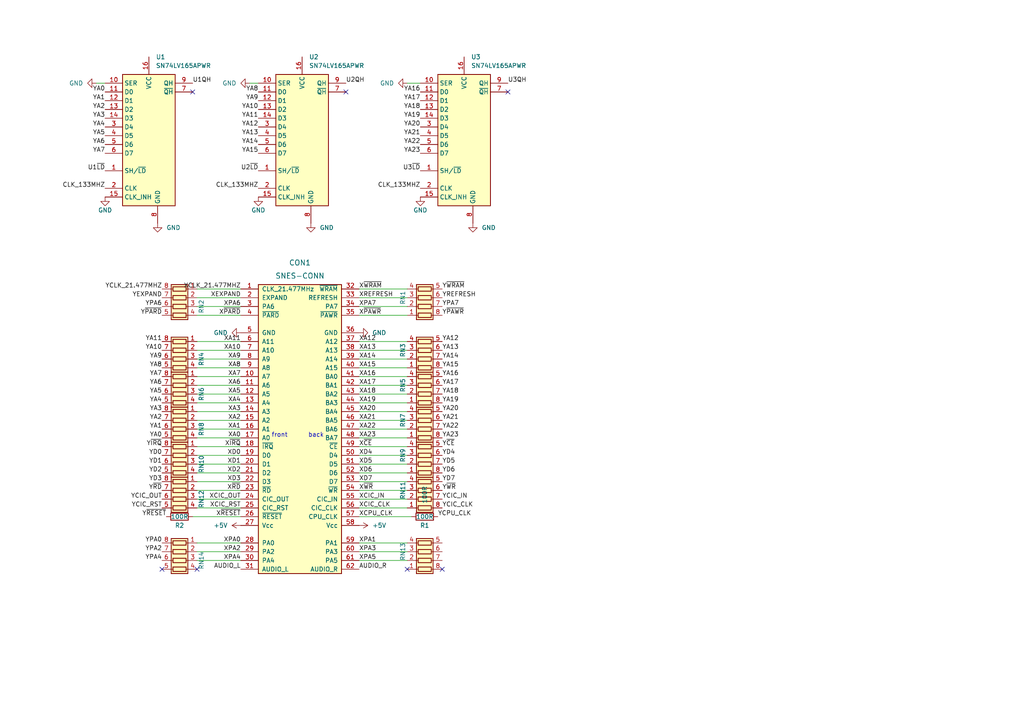
<source format=kicad_sch>
(kicad_sch (version 20211123) (generator eeschema)

  (uuid 764a45da-e442-4219-b57c-91bb24d9539c)

  (paper "A4")

  (title_block
    (title "pico-cart-snes")
    (date "2022-07-20")
    (rev "v0")
    (company "jsd1982")
  )

  (lib_symbols
    (symbol "74xx:74HC165" (in_bom yes) (on_board yes)
      (property "Reference" "U1" (id 0) (at 2.0194 22.86 0)
        (effects (font (size 1.27 1.27)) (justify left))
      )
      (property "Value" "SN74LV165APWR" (id 1) (at 2.0194 20.32 0)
        (effects (font (size 1.27 1.27)) (justify left))
      )
      (property "Footprint" "Package_SO:TSSOP-16_4.4x5mm_P0.65mm" (id 2) (at 0 0 0)
        (effects (font (size 1.27 1.27)) hide)
      )
      (property "Datasheet" "https://www.ti.com/cn/lit/ds/symlink/sn74lv165a.pdf?ts=1658350816043" (id 3) (at 0 -2.54 0)
        (effects (font (size 1.27 1.27)) hide)
      )
      (property "ki_keywords" "8 bit shift register parallel load cmos" (id 4) (at 0 0 0)
        (effects (font (size 1.27 1.27)) hide)
      )
      (property "ki_description" "Shift Register, 8-bit, Parallel Load" (id 5) (at 0 0 0)
        (effects (font (size 1.27 1.27)) hide)
      )
      (property "ki_fp_filters" "DIP?16* SO*16*3.9x9.9mm*P1.27mm* SSOP*16*5.3x6.2mm*P0.65mm* TSSOP*16*4.4x5mm*P0.65*" (id 6) (at 0 0 0)
        (effects (font (size 1.27 1.27)) hide)
      )
      (symbol "74HC165_1_0"
        (pin input line (at -12.7 -10.16 0) (length 5.08)
          (name "SH/~{LD}" (effects (font (size 1.27 1.27))))
          (number "1" (effects (font (size 1.27 1.27))))
        )
        (pin input line (at -12.7 15.24 0) (length 5.08)
          (name "SER" (effects (font (size 1.27 1.27))))
          (number "10" (effects (font (size 1.27 1.27))))
        )
        (pin input line (at -12.7 12.7 0) (length 5.08)
          (name "D0" (effects (font (size 1.27 1.27))))
          (number "11" (effects (font (size 1.27 1.27))))
        )
        (pin input line (at -12.7 10.16 0) (length 5.08)
          (name "D1" (effects (font (size 1.27 1.27))))
          (number "12" (effects (font (size 1.27 1.27))))
        )
        (pin input line (at -12.7 7.62 0) (length 5.08)
          (name "D2" (effects (font (size 1.27 1.27))))
          (number "13" (effects (font (size 1.27 1.27))))
        )
        (pin input line (at -12.7 5.08 0) (length 5.08)
          (name "D3" (effects (font (size 1.27 1.27))))
          (number "14" (effects (font (size 1.27 1.27))))
        )
        (pin input line (at -12.7 -17.78 0) (length 5.08)
          (name "CLK_INH" (effects (font (size 1.27 1.27))))
          (number "15" (effects (font (size 1.27 1.27))))
        )
        (pin power_in line (at 0 22.86 270) (length 5.08)
          (name "VCC" (effects (font (size 1.27 1.27))))
          (number "16" (effects (font (size 1.27 1.27))))
        )
        (pin input line (at -12.7 -15.24 0) (length 5.08)
          (name "CLK" (effects (font (size 1.27 1.27))))
          (number "2" (effects (font (size 1.27 1.27))))
        )
        (pin input line (at -12.7 2.54 0) (length 5.08)
          (name "D4" (effects (font (size 1.27 1.27))))
          (number "3" (effects (font (size 1.27 1.27))))
        )
        (pin input line (at -12.7 0 0) (length 5.08)
          (name "D5" (effects (font (size 1.27 1.27))))
          (number "4" (effects (font (size 1.27 1.27))))
        )
        (pin input line (at -12.7 -2.54 0) (length 5.08)
          (name "D6" (effects (font (size 1.27 1.27))))
          (number "5" (effects (font (size 1.27 1.27))))
        )
        (pin input line (at -12.7 -5.08 0) (length 5.08)
          (name "D7" (effects (font (size 1.27 1.27))))
          (number "6" (effects (font (size 1.27 1.27))))
        )
        (pin output line (at 12.7 12.7 180) (length 5.08)
          (name "~{QH}" (effects (font (size 1.27 1.27))))
          (number "7" (effects (font (size 1.27 1.27))))
        )
        (pin power_in line (at 2.54 -25.4 90) (length 5.08)
          (name "GND" (effects (font (size 1.27 1.27))))
          (number "8" (effects (font (size 1.27 1.27))))
        )
        (pin output line (at 12.7 15.24 180) (length 5.08)
          (name "QH" (effects (font (size 1.27 1.27))))
          (number "9" (effects (font (size 1.27 1.27))))
        )
      )
      (symbol "74HC165_1_1"
        (rectangle (start -7.62 17.78) (end 7.62 -20.32)
          (stroke (width 0.254) (type default) (color 0 0 0 0))
          (fill (type background))
        )
      )
    )
    (symbol "Device:R" (pin_numbers hide) (pin_names (offset 0)) (in_bom yes) (on_board yes)
      (property "Reference" "R" (id 0) (at 2.032 0 90)
        (effects (font (size 1.27 1.27)))
      )
      (property "Value" "R" (id 1) (at 0 0 90)
        (effects (font (size 1.27 1.27)))
      )
      (property "Footprint" "" (id 2) (at -1.778 0 90)
        (effects (font (size 1.27 1.27)) hide)
      )
      (property "Datasheet" "~" (id 3) (at 0 0 0)
        (effects (font (size 1.27 1.27)) hide)
      )
      (property "ki_keywords" "R res resistor" (id 4) (at 0 0 0)
        (effects (font (size 1.27 1.27)) hide)
      )
      (property "ki_description" "Resistor" (id 5) (at 0 0 0)
        (effects (font (size 1.27 1.27)) hide)
      )
      (property "ki_fp_filters" "R_*" (id 6) (at 0 0 0)
        (effects (font (size 1.27 1.27)) hide)
      )
      (symbol "R_0_1"
        (rectangle (start -1.016 -2.54) (end 1.016 2.54)
          (stroke (width 0.254) (type default) (color 0 0 0 0))
          (fill (type none))
        )
      )
      (symbol "R_1_1"
        (pin passive line (at 0 3.81 270) (length 1.27)
          (name "~" (effects (font (size 1.27 1.27))))
          (number "1" (effects (font (size 1.27 1.27))))
        )
        (pin passive line (at 0 -3.81 90) (length 1.27)
          (name "~" (effects (font (size 1.27 1.27))))
          (number "2" (effects (font (size 1.27 1.27))))
        )
      )
    )
    (symbol "Device:R_Pack04" (pin_names (offset 0) hide) (in_bom yes) (on_board yes)
      (property "Reference" "RN" (id 0) (at -7.62 0 90)
        (effects (font (size 1.27 1.27)))
      )
      (property "Value" "R_Pack04" (id 1) (at 5.08 0 90)
        (effects (font (size 1.27 1.27)))
      )
      (property "Footprint" "" (id 2) (at 6.985 0 90)
        (effects (font (size 1.27 1.27)) hide)
      )
      (property "Datasheet" "~" (id 3) (at 0 0 0)
        (effects (font (size 1.27 1.27)) hide)
      )
      (property "ki_keywords" "R network parallel topology isolated" (id 4) (at 0 0 0)
        (effects (font (size 1.27 1.27)) hide)
      )
      (property "ki_description" "4 resistor network, parallel topology" (id 5) (at 0 0 0)
        (effects (font (size 1.27 1.27)) hide)
      )
      (property "ki_fp_filters" "DIP* SOIC* R*Array*Concave* R*Array*Convex*" (id 6) (at 0 0 0)
        (effects (font (size 1.27 1.27)) hide)
      )
      (symbol "R_Pack04_0_1"
        (rectangle (start -6.35 -2.413) (end 3.81 2.413)
          (stroke (width 0.254) (type default) (color 0 0 0 0))
          (fill (type background))
        )
        (rectangle (start -5.715 1.905) (end -4.445 -1.905)
          (stroke (width 0.254) (type default) (color 0 0 0 0))
          (fill (type none))
        )
        (rectangle (start -3.175 1.905) (end -1.905 -1.905)
          (stroke (width 0.254) (type default) (color 0 0 0 0))
          (fill (type none))
        )
        (rectangle (start -0.635 1.905) (end 0.635 -1.905)
          (stroke (width 0.254) (type default) (color 0 0 0 0))
          (fill (type none))
        )
        (polyline
          (pts
            (xy -5.08 -2.54)
            (xy -5.08 -1.905)
          )
          (stroke (width 0) (type default) (color 0 0 0 0))
          (fill (type none))
        )
        (polyline
          (pts
            (xy -5.08 1.905)
            (xy -5.08 2.54)
          )
          (stroke (width 0) (type default) (color 0 0 0 0))
          (fill (type none))
        )
        (polyline
          (pts
            (xy -2.54 -2.54)
            (xy -2.54 -1.905)
          )
          (stroke (width 0) (type default) (color 0 0 0 0))
          (fill (type none))
        )
        (polyline
          (pts
            (xy -2.54 1.905)
            (xy -2.54 2.54)
          )
          (stroke (width 0) (type default) (color 0 0 0 0))
          (fill (type none))
        )
        (polyline
          (pts
            (xy 0 -2.54)
            (xy 0 -1.905)
          )
          (stroke (width 0) (type default) (color 0 0 0 0))
          (fill (type none))
        )
        (polyline
          (pts
            (xy 0 1.905)
            (xy 0 2.54)
          )
          (stroke (width 0) (type default) (color 0 0 0 0))
          (fill (type none))
        )
        (polyline
          (pts
            (xy 2.54 -2.54)
            (xy 2.54 -1.905)
          )
          (stroke (width 0) (type default) (color 0 0 0 0))
          (fill (type none))
        )
        (polyline
          (pts
            (xy 2.54 1.905)
            (xy 2.54 2.54)
          )
          (stroke (width 0) (type default) (color 0 0 0 0))
          (fill (type none))
        )
        (rectangle (start 1.905 1.905) (end 3.175 -1.905)
          (stroke (width 0.254) (type default) (color 0 0 0 0))
          (fill (type none))
        )
      )
      (symbol "R_Pack04_1_1"
        (pin passive line (at -5.08 -5.08 90) (length 2.54)
          (name "R1.1" (effects (font (size 1.27 1.27))))
          (number "1" (effects (font (size 1.27 1.27))))
        )
        (pin passive line (at -2.54 -5.08 90) (length 2.54)
          (name "R2.1" (effects (font (size 1.27 1.27))))
          (number "2" (effects (font (size 1.27 1.27))))
        )
        (pin passive line (at 0 -5.08 90) (length 2.54)
          (name "R3.1" (effects (font (size 1.27 1.27))))
          (number "3" (effects (font (size 1.27 1.27))))
        )
        (pin passive line (at 2.54 -5.08 90) (length 2.54)
          (name "R4.1" (effects (font (size 1.27 1.27))))
          (number "4" (effects (font (size 1.27 1.27))))
        )
        (pin passive line (at 2.54 5.08 270) (length 2.54)
          (name "R4.2" (effects (font (size 1.27 1.27))))
          (number "5" (effects (font (size 1.27 1.27))))
        )
        (pin passive line (at 0 5.08 270) (length 2.54)
          (name "R3.2" (effects (font (size 1.27 1.27))))
          (number "6" (effects (font (size 1.27 1.27))))
        )
        (pin passive line (at -2.54 5.08 270) (length 2.54)
          (name "R2.2" (effects (font (size 1.27 1.27))))
          (number "7" (effects (font (size 1.27 1.27))))
        )
        (pin passive line (at -5.08 5.08 270) (length 2.54)
          (name "R1.2" (effects (font (size 1.27 1.27))))
          (number "8" (effects (font (size 1.27 1.27))))
        )
      )
    )
    (symbol "power:+5V" (power) (pin_names (offset 0)) (in_bom yes) (on_board yes)
      (property "Reference" "#PWR" (id 0) (at 0 -3.81 0)
        (effects (font (size 1.27 1.27)) hide)
      )
      (property "Value" "+5V" (id 1) (at 0 3.556 0)
        (effects (font (size 1.27 1.27)))
      )
      (property "Footprint" "" (id 2) (at 0 0 0)
        (effects (font (size 1.27 1.27)) hide)
      )
      (property "Datasheet" "" (id 3) (at 0 0 0)
        (effects (font (size 1.27 1.27)) hide)
      )
      (property "ki_keywords" "power-flag" (id 4) (at 0 0 0)
        (effects (font (size 1.27 1.27)) hide)
      )
      (property "ki_description" "Power symbol creates a global label with name \"+5V\"" (id 5) (at 0 0 0)
        (effects (font (size 1.27 1.27)) hide)
      )
      (symbol "+5V_0_1"
        (polyline
          (pts
            (xy -0.762 1.27)
            (xy 0 2.54)
          )
          (stroke (width 0) (type default) (color 0 0 0 0))
          (fill (type none))
        )
        (polyline
          (pts
            (xy 0 0)
            (xy 0 2.54)
          )
          (stroke (width 0) (type default) (color 0 0 0 0))
          (fill (type none))
        )
        (polyline
          (pts
            (xy 0 2.54)
            (xy 0.762 1.27)
          )
          (stroke (width 0) (type default) (color 0 0 0 0))
          (fill (type none))
        )
      )
      (symbol "+5V_1_1"
        (pin power_in line (at 0 0 90) (length 0) hide
          (name "+5V" (effects (font (size 1.27 1.27))))
          (number "1" (effects (font (size 1.27 1.27))))
        )
      )
    )
    (symbol "power:GND" (power) (pin_names (offset 0)) (in_bom yes) (on_board yes)
      (property "Reference" "#PWR" (id 0) (at 0 -6.35 0)
        (effects (font (size 1.27 1.27)) hide)
      )
      (property "Value" "GND" (id 1) (at 0 -3.81 0)
        (effects (font (size 1.27 1.27)))
      )
      (property "Footprint" "" (id 2) (at 0 0 0)
        (effects (font (size 1.27 1.27)) hide)
      )
      (property "Datasheet" "" (id 3) (at 0 0 0)
        (effects (font (size 1.27 1.27)) hide)
      )
      (property "ki_keywords" "power-flag" (id 4) (at 0 0 0)
        (effects (font (size 1.27 1.27)) hide)
      )
      (property "ki_description" "Power symbol creates a global label with name \"GND\" , ground" (id 5) (at 0 0 0)
        (effects (font (size 1.27 1.27)) hide)
      )
      (symbol "GND_0_1"
        (polyline
          (pts
            (xy 0 0)
            (xy 0 -1.27)
            (xy 1.27 -1.27)
            (xy 0 -2.54)
            (xy -1.27 -1.27)
            (xy 0 -1.27)
          )
          (stroke (width 0) (type default) (color 0 0 0 0))
          (fill (type none))
        )
      )
      (symbol "GND_1_1"
        (pin power_in line (at 0 0 270) (length 0) hide
          (name "GND" (effects (font (size 1.27 1.27))))
          (number "1" (effects (font (size 1.27 1.27))))
        )
      )
    )
    (symbol "snes-umd-cache:SNES-CONN" (pin_names (offset 1.016)) (in_bom yes) (on_board yes)
      (property "Reference" "CON" (id 0) (at 3.175 3.81 0)
        (effects (font (size 1.524 1.524)))
      )
      (property "Value" "SNES-CONN" (id 1) (at 7.62 1.27 0)
        (effects (font (size 1.524 1.524)))
      )
      (property "Footprint" "" (id 2) (at 5.08 -86.36 0)
        (effects (font (size 1.524 1.524)) hide)
      )
      (property "Datasheet" "" (id 3) (at 5.08 -86.36 0)
        (effects (font (size 1.524 1.524)) hide)
      )
      (property "ki_fp_filters" "SNES-CONN-EXP" (id 4) (at 0 0 0)
        (effects (font (size 1.27 1.27)) hide)
      )
      (symbol "SNES-CONN_0_1"
        (rectangle (start 0 0) (end 24.13 -83.82)
          (stroke (width 0.254) (type default) (color 0 0 0 0))
          (fill (type background))
        )
      )
      (symbol "SNES-CONN_1_1"
        (pin passive line (at -5.08 -1.27 0) (length 5.08)
          (name "CLK_21.477MHz" (effects (font (size 1.27 1.27))))
          (number "1" (effects (font (size 1.27 1.27))))
        )
        (pin passive line (at -5.08 -26.67 0) (length 5.08)
          (name "A7" (effects (font (size 1.27 1.27))))
          (number "10" (effects (font (size 1.27 1.27))))
        )
        (pin passive line (at -5.08 -29.21 0) (length 5.08)
          (name "A6" (effects (font (size 1.27 1.27))))
          (number "11" (effects (font (size 1.27 1.27))))
        )
        (pin passive line (at -5.08 -31.75 0) (length 5.08)
          (name "A5" (effects (font (size 1.27 1.27))))
          (number "12" (effects (font (size 1.27 1.27))))
        )
        (pin passive line (at -5.08 -34.29 0) (length 5.08)
          (name "A4" (effects (font (size 1.27 1.27))))
          (number "13" (effects (font (size 1.27 1.27))))
        )
        (pin passive line (at -5.08 -36.83 0) (length 5.08)
          (name "A3" (effects (font (size 1.27 1.27))))
          (number "14" (effects (font (size 1.27 1.27))))
        )
        (pin passive line (at -5.08 -39.37 0) (length 5.08)
          (name "A2" (effects (font (size 1.27 1.27))))
          (number "15" (effects (font (size 1.27 1.27))))
        )
        (pin passive line (at -5.08 -41.91 0) (length 5.08)
          (name "A1" (effects (font (size 1.27 1.27))))
          (number "16" (effects (font (size 1.27 1.27))))
        )
        (pin passive line (at -5.08 -44.45 0) (length 5.08)
          (name "A0" (effects (font (size 1.27 1.27))))
          (number "17" (effects (font (size 1.27 1.27))))
        )
        (pin passive line (at -5.08 -46.99 0) (length 5.08)
          (name "~{IRQ}" (effects (font (size 1.27 1.27))))
          (number "18" (effects (font (size 1.27 1.27))))
        )
        (pin passive line (at -5.08 -49.53 0) (length 5.08)
          (name "D0" (effects (font (size 1.27 1.27))))
          (number "19" (effects (font (size 1.27 1.27))))
        )
        (pin passive line (at -5.08 -3.81 0) (length 5.08)
          (name "EXPAND" (effects (font (size 1.27 1.27))))
          (number "2" (effects (font (size 1.27 1.27))))
        )
        (pin passive line (at -5.08 -52.07 0) (length 5.08)
          (name "D1" (effects (font (size 1.27 1.27))))
          (number "20" (effects (font (size 1.27 1.27))))
        )
        (pin passive line (at -5.08 -54.61 0) (length 5.08)
          (name "D2" (effects (font (size 1.27 1.27))))
          (number "21" (effects (font (size 1.27 1.27))))
        )
        (pin passive line (at -5.08 -57.15 0) (length 5.08)
          (name "D3" (effects (font (size 1.27 1.27))))
          (number "22" (effects (font (size 1.27 1.27))))
        )
        (pin passive line (at -5.08 -59.69 0) (length 5.08)
          (name "~{RD}" (effects (font (size 1.27 1.27))))
          (number "23" (effects (font (size 1.27 1.27))))
        )
        (pin passive line (at -5.08 -62.23 0) (length 5.08)
          (name "CIC_OUT" (effects (font (size 1.27 1.27))))
          (number "24" (effects (font (size 1.27 1.27))))
        )
        (pin passive line (at -5.08 -64.77 0) (length 5.08)
          (name "CIC_RST" (effects (font (size 1.27 1.27))))
          (number "25" (effects (font (size 1.27 1.27))))
        )
        (pin passive line (at -5.08 -67.31 0) (length 5.08)
          (name "~{RESET}" (effects (font (size 1.27 1.27))))
          (number "26" (effects (font (size 1.27 1.27))))
        )
        (pin passive line (at -5.08 -69.85 0) (length 5.08)
          (name "Vcc" (effects (font (size 1.27 1.27))))
          (number "27" (effects (font (size 1.27 1.27))))
        )
        (pin passive line (at -5.08 -74.93 0) (length 5.08)
          (name "PA0" (effects (font (size 1.27 1.27))))
          (number "28" (effects (font (size 1.27 1.27))))
        )
        (pin passive line (at -5.08 -77.47 0) (length 5.08)
          (name "PA2" (effects (font (size 1.27 1.27))))
          (number "29" (effects (font (size 1.27 1.27))))
        )
        (pin passive line (at -5.08 -6.35 0) (length 5.08)
          (name "PA6" (effects (font (size 1.27 1.27))))
          (number "3" (effects (font (size 1.27 1.27))))
        )
        (pin passive line (at -5.08 -80.01 0) (length 5.08)
          (name "PA4" (effects (font (size 1.27 1.27))))
          (number "30" (effects (font (size 1.27 1.27))))
        )
        (pin passive line (at -5.08 -82.55 0) (length 5.08)
          (name "AUDIO_L" (effects (font (size 1.27 1.27))))
          (number "31" (effects (font (size 1.27 1.27))))
        )
        (pin passive line (at 29.21 -1.27 180) (length 5.08)
          (name "~{WRAM}" (effects (font (size 1.27 1.27))))
          (number "32" (effects (font (size 1.27 1.27))))
        )
        (pin passive line (at 29.21 -3.81 180) (length 5.08)
          (name "REFRESH" (effects (font (size 1.27 1.27))))
          (number "33" (effects (font (size 1.27 1.27))))
        )
        (pin passive line (at 29.21 -6.35 180) (length 5.08)
          (name "PA7" (effects (font (size 1.27 1.27))))
          (number "34" (effects (font (size 1.27 1.27))))
        )
        (pin passive line (at 29.21 -8.89 180) (length 5.08)
          (name "~{PAWR}" (effects (font (size 1.27 1.27))))
          (number "35" (effects (font (size 1.27 1.27))))
        )
        (pin passive line (at 29.21 -13.97 180) (length 5.08)
          (name "GND" (effects (font (size 1.27 1.27))))
          (number "36" (effects (font (size 1.27 1.27))))
        )
        (pin passive line (at 29.21 -16.51 180) (length 5.08)
          (name "A12" (effects (font (size 1.27 1.27))))
          (number "37" (effects (font (size 1.27 1.27))))
        )
        (pin passive line (at 29.21 -19.05 180) (length 5.08)
          (name "A13" (effects (font (size 1.27 1.27))))
          (number "38" (effects (font (size 1.27 1.27))))
        )
        (pin passive line (at 29.21 -21.59 180) (length 5.08)
          (name "A14" (effects (font (size 1.27 1.27))))
          (number "39" (effects (font (size 1.27 1.27))))
        )
        (pin passive line (at -5.08 -8.89 0) (length 5.08)
          (name "~{PARD}" (effects (font (size 1.27 1.27))))
          (number "4" (effects (font (size 1.27 1.27))))
        )
        (pin passive line (at 29.21 -24.13 180) (length 5.08)
          (name "A15" (effects (font (size 1.27 1.27))))
          (number "40" (effects (font (size 1.27 1.27))))
        )
        (pin passive line (at 29.21 -26.67 180) (length 5.08)
          (name "BA0" (effects (font (size 1.27 1.27))))
          (number "41" (effects (font (size 1.27 1.27))))
        )
        (pin passive line (at 29.21 -29.21 180) (length 5.08)
          (name "BA1" (effects (font (size 1.27 1.27))))
          (number "42" (effects (font (size 1.27 1.27))))
        )
        (pin passive line (at 29.21 -31.75 180) (length 5.08)
          (name "BA2" (effects (font (size 1.27 1.27))))
          (number "43" (effects (font (size 1.27 1.27))))
        )
        (pin passive line (at 29.21 -34.29 180) (length 5.08)
          (name "BA3" (effects (font (size 1.27 1.27))))
          (number "44" (effects (font (size 1.27 1.27))))
        )
        (pin passive line (at 29.21 -36.83 180) (length 5.08)
          (name "BA4" (effects (font (size 1.27 1.27))))
          (number "45" (effects (font (size 1.27 1.27))))
        )
        (pin passive line (at 29.21 -39.37 180) (length 5.08)
          (name "BA5" (effects (font (size 1.27 1.27))))
          (number "46" (effects (font (size 1.27 1.27))))
        )
        (pin passive line (at 29.21 -41.91 180) (length 5.08)
          (name "BA6" (effects (font (size 1.27 1.27))))
          (number "47" (effects (font (size 1.27 1.27))))
        )
        (pin passive line (at 29.21 -44.45 180) (length 5.08)
          (name "BA7" (effects (font (size 1.27 1.27))))
          (number "48" (effects (font (size 1.27 1.27))))
        )
        (pin passive line (at 29.21 -46.99 180) (length 5.08)
          (name "~{CE}" (effects (font (size 1.27 1.27))))
          (number "49" (effects (font (size 1.27 1.27))))
        )
        (pin passive line (at -5.08 -13.97 0) (length 5.08)
          (name "GND" (effects (font (size 1.27 1.27))))
          (number "5" (effects (font (size 1.27 1.27))))
        )
        (pin passive line (at 29.21 -49.53 180) (length 5.08)
          (name "D4" (effects (font (size 1.27 1.27))))
          (number "50" (effects (font (size 1.27 1.27))))
        )
        (pin passive line (at 29.21 -52.07 180) (length 5.08)
          (name "D5" (effects (font (size 1.27 1.27))))
          (number "51" (effects (font (size 1.27 1.27))))
        )
        (pin passive line (at 29.21 -54.61 180) (length 5.08)
          (name "D6" (effects (font (size 1.27 1.27))))
          (number "52" (effects (font (size 1.27 1.27))))
        )
        (pin passive line (at 29.21 -57.15 180) (length 5.08)
          (name "D7" (effects (font (size 1.27 1.27))))
          (number "53" (effects (font (size 1.27 1.27))))
        )
        (pin passive line (at 29.21 -59.69 180) (length 5.08)
          (name "~{WR}" (effects (font (size 1.27 1.27))))
          (number "54" (effects (font (size 1.27 1.27))))
        )
        (pin passive line (at 29.21 -62.23 180) (length 5.08)
          (name "CIC_IN" (effects (font (size 1.27 1.27))))
          (number "55" (effects (font (size 1.27 1.27))))
        )
        (pin passive line (at 29.21 -64.77 180) (length 5.08)
          (name "CIC_CLK" (effects (font (size 1.27 1.27))))
          (number "56" (effects (font (size 1.27 1.27))))
        )
        (pin passive line (at 29.21 -67.31 180) (length 5.08)
          (name "CPU_CLK" (effects (font (size 1.27 1.27))))
          (number "57" (effects (font (size 1.27 1.27))))
        )
        (pin passive line (at 29.21 -69.85 180) (length 5.08)
          (name "Vcc" (effects (font (size 1.27 1.27))))
          (number "58" (effects (font (size 1.27 1.27))))
        )
        (pin passive line (at 29.21 -74.93 180) (length 5.08)
          (name "PA1" (effects (font (size 1.27 1.27))))
          (number "59" (effects (font (size 1.27 1.27))))
        )
        (pin passive line (at -5.08 -16.51 0) (length 5.08)
          (name "A11" (effects (font (size 1.27 1.27))))
          (number "6" (effects (font (size 1.27 1.27))))
        )
        (pin passive line (at 29.21 -77.47 180) (length 5.08)
          (name "PA3" (effects (font (size 1.27 1.27))))
          (number "60" (effects (font (size 1.27 1.27))))
        )
        (pin passive line (at 29.21 -80.01 180) (length 5.08)
          (name "PA5" (effects (font (size 1.27 1.27))))
          (number "61" (effects (font (size 1.27 1.27))))
        )
        (pin passive line (at 29.21 -82.55 180) (length 5.08)
          (name "AUDIO_R" (effects (font (size 1.27 1.27))))
          (number "62" (effects (font (size 1.27 1.27))))
        )
        (pin passive line (at -5.08 -19.05 0) (length 5.08)
          (name "A10" (effects (font (size 1.27 1.27))))
          (number "7" (effects (font (size 1.27 1.27))))
        )
        (pin passive line (at -5.08 -21.59 0) (length 5.08)
          (name "A9" (effects (font (size 1.27 1.27))))
          (number "8" (effects (font (size 1.27 1.27))))
        )
        (pin passive line (at -5.08 -24.13 0) (length 5.08)
          (name "A8" (effects (font (size 1.27 1.27))))
          (number "9" (effects (font (size 1.27 1.27))))
        )
      )
    )
  )


  (no_connect (at 57.15 165.1) (uuid 05dd5bf9-041e-4170-a7e2-6dad0421f93d))
  (no_connect (at 46.99 165.1) (uuid 05dd5bf9-041e-4170-a7e2-6dad0421f93d))
  (no_connect (at 118.11 165.1) (uuid 529f15a3-e2cb-48a2-a33d-2f488930cf14))
  (no_connect (at 128.27 165.1) (uuid 529f15a3-e2cb-48a2-a33d-2f488930cf14))
  (no_connect (at 100.33 26.67) (uuid c58984e9-2fe6-4ca5-9ba2-b7ed1dfeafa4))
  (no_connect (at 55.88 26.67) (uuid c58984e9-2fe6-4ca5-9ba2-b7ed1dfeafa4))
  (no_connect (at 147.32 26.67) (uuid c58984e9-2fe6-4ca5-9ba2-b7ed1dfeafa4))

  (wire (pts (xy 118.11 119.38) (xy 104.14 119.38))
    (stroke (width 0) (type default) (color 0 0 0 0))
    (uuid 024077dc-a389-430b-91be-d1d8116efe16)
  )
  (wire (pts (xy 57.15 106.68) (xy 69.85 106.68))
    (stroke (width 0) (type default) (color 0 0 0 0))
    (uuid 0ab08989-cee5-40f9-a59c-1f596255beb9)
  )
  (wire (pts (xy 118.11 99.06) (xy 104.14 99.06))
    (stroke (width 0) (type default) (color 0 0 0 0))
    (uuid 0b28de33-2fe9-4284-a2ac-bb24da1bde8b)
  )
  (wire (pts (xy 57.15 83.82) (xy 69.85 83.82))
    (stroke (width 0) (type default) (color 0 0 0 0))
    (uuid 0c4652c9-f9e1-4555-ba91-6656cf40dcd8)
  )
  (wire (pts (xy 57.15 86.36) (xy 69.85 86.36))
    (stroke (width 0) (type default) (color 0 0 0 0))
    (uuid 0d9d1769-390a-4ee6-b79d-b1f1e1142d38)
  )
  (wire (pts (xy 57.15 147.32) (xy 69.85 147.32))
    (stroke (width 0) (type default) (color 0 0 0 0))
    (uuid 0df3a8ed-7b05-4e16-b0ee-2004a06a5e76)
  )
  (wire (pts (xy 57.15 91.44) (xy 69.85 91.44))
    (stroke (width 0) (type default) (color 0 0 0 0))
    (uuid 1ecf761e-a6c8-45de-99c1-38059335aeb4)
  )
  (wire (pts (xy 118.11 144.78) (xy 104.14 144.78))
    (stroke (width 0) (type default) (color 0 0 0 0))
    (uuid 210048d4-80ff-4b3b-a1f7-8627f01be69e)
  )
  (wire (pts (xy 118.11 106.68) (xy 104.14 106.68))
    (stroke (width 0) (type default) (color 0 0 0 0))
    (uuid 22c5c0c8-2985-4c7e-9a78-be9895a17b79)
  )
  (wire (pts (xy 118.11 91.44) (xy 104.14 91.44))
    (stroke (width 0) (type default) (color 0 0 0 0))
    (uuid 286ae844-a798-47a7-abbe-51aacfdc963c)
  )
  (wire (pts (xy 118.11 24.13) (xy 121.92 24.13))
    (stroke (width 0) (type default) (color 0 0 0 0))
    (uuid 28c4caba-95d2-419c-8dba-91a9a59bf336)
  )
  (wire (pts (xy 118.11 157.48) (xy 104.14 157.48))
    (stroke (width 0) (type default) (color 0 0 0 0))
    (uuid 2b531737-22da-44db-88d9-1b9578fa74e9)
  )
  (wire (pts (xy 118.11 121.92) (xy 104.14 121.92))
    (stroke (width 0) (type default) (color 0 0 0 0))
    (uuid 2dbb346b-204b-46ab-99c2-3b6275a2e8f6)
  )
  (wire (pts (xy 118.11 101.6) (xy 104.14 101.6))
    (stroke (width 0) (type default) (color 0 0 0 0))
    (uuid 2e5e2fca-436d-4c48-9f23-cf4febe91e0c)
  )
  (wire (pts (xy 118.11 134.62) (xy 104.14 134.62))
    (stroke (width 0) (type default) (color 0 0 0 0))
    (uuid 2f646c3f-700b-4278-b967-b85cd68fa4c2)
  )
  (wire (pts (xy 118.11 111.76) (xy 104.14 111.76))
    (stroke (width 0) (type default) (color 0 0 0 0))
    (uuid 3131a07c-3aa8-48ba-938f-1a6436a5e8b1)
  )
  (wire (pts (xy 57.15 88.9) (xy 69.85 88.9))
    (stroke (width 0) (type default) (color 0 0 0 0))
    (uuid 3c73f13d-d620-489a-996a-aabce13fcc89)
  )
  (wire (pts (xy 118.11 147.32) (xy 104.14 147.32))
    (stroke (width 0) (type default) (color 0 0 0 0))
    (uuid 49f75781-1de9-4edd-889b-35c3b7cc4f9a)
  )
  (wire (pts (xy 118.11 114.3) (xy 104.14 114.3))
    (stroke (width 0) (type default) (color 0 0 0 0))
    (uuid 58b9723d-6949-46a5-9e71-88a8b1f1af92)
  )
  (wire (pts (xy 57.15 132.08) (xy 69.85 132.08))
    (stroke (width 0) (type default) (color 0 0 0 0))
    (uuid 5e5852d9-678e-4c70-bce1-26b4797e52a8)
  )
  (wire (pts (xy 57.15 121.92) (xy 69.85 121.92))
    (stroke (width 0) (type default) (color 0 0 0 0))
    (uuid 616b1dd5-d5f1-4fa9-8bc1-50b74bf28718)
  )
  (wire (pts (xy 118.11 129.54) (xy 104.14 129.54))
    (stroke (width 0) (type default) (color 0 0 0 0))
    (uuid 64df5062-8499-497a-bbad-8bdde145c4a0)
  )
  (wire (pts (xy 57.15 119.38) (xy 69.85 119.38))
    (stroke (width 0) (type default) (color 0 0 0 0))
    (uuid 6543fc5b-569c-4cdb-8ad9-490b8dcba4b7)
  )
  (wire (pts (xy 57.15 111.76) (xy 69.85 111.76))
    (stroke (width 0) (type default) (color 0 0 0 0))
    (uuid 66c5cb83-1c18-4d4c-923c-ed236cf4e132)
  )
  (wire (pts (xy 57.15 157.48) (xy 69.85 157.48))
    (stroke (width 0) (type default) (color 0 0 0 0))
    (uuid 679738c9-5217-4476-89cd-8bd28fed22bb)
  )
  (wire (pts (xy 57.15 139.7) (xy 69.85 139.7))
    (stroke (width 0) (type default) (color 0 0 0 0))
    (uuid 6d87ce48-115d-404b-bdda-7a0a8f3df497)
  )
  (wire (pts (xy 118.11 162.56) (xy 104.14 162.56))
    (stroke (width 0) (type default) (color 0 0 0 0))
    (uuid 6feb4100-e94b-42ec-87c6-fc887176bc0b)
  )
  (wire (pts (xy 118.11 142.24) (xy 104.14 142.24))
    (stroke (width 0) (type default) (color 0 0 0 0))
    (uuid 72ab8946-0e9a-45f8-a61e-9a9a288ed8bf)
  )
  (wire (pts (xy 57.15 114.3) (xy 69.85 114.3))
    (stroke (width 0) (type default) (color 0 0 0 0))
    (uuid 75b90dd4-228d-4b00-a792-e422bcca865e)
  )
  (wire (pts (xy 57.15 116.84) (xy 69.85 116.84))
    (stroke (width 0) (type default) (color 0 0 0 0))
    (uuid 78b4e983-bbf5-4bdf-badf-9bd16bae59b9)
  )
  (wire (pts (xy 118.11 137.16) (xy 104.14 137.16))
    (stroke (width 0) (type default) (color 0 0 0 0))
    (uuid 7cfe911f-738f-4b51-88f5-85615f253d42)
  )
  (wire (pts (xy 57.15 124.46) (xy 69.85 124.46))
    (stroke (width 0) (type default) (color 0 0 0 0))
    (uuid 7f2ed29f-a014-4256-accc-2d73bb603538)
  )
  (wire (pts (xy 27.94 24.13) (xy 30.48 24.13))
    (stroke (width 0) (type default) (color 0 0 0 0))
    (uuid 7fba0d75-078f-4f2e-8e13-a20ac03e597a)
  )
  (wire (pts (xy 118.11 88.9) (xy 104.14 88.9))
    (stroke (width 0) (type default) (color 0 0 0 0))
    (uuid 8c3f75b2-7d62-4f83-a933-92ba21317525)
  )
  (wire (pts (xy 57.15 129.54) (xy 69.85 129.54))
    (stroke (width 0) (type default) (color 0 0 0 0))
    (uuid 8d4db3de-3b90-48a8-acde-d08235cea66d)
  )
  (wire (pts (xy 118.11 132.08) (xy 104.14 132.08))
    (stroke (width 0) (type default) (color 0 0 0 0))
    (uuid 98fd6bb1-4b75-4b5c-adaa-0b5036725b33)
  )
  (wire (pts (xy 72.39 24.13) (xy 74.93 24.13))
    (stroke (width 0) (type default) (color 0 0 0 0))
    (uuid 9b943478-c511-4e64-a1f6-57115cfbea64)
  )
  (wire (pts (xy 57.15 162.56) (xy 69.85 162.56))
    (stroke (width 0) (type default) (color 0 0 0 0))
    (uuid a694ca82-46e8-401b-9747-f13b9c187989)
  )
  (wire (pts (xy 118.11 127) (xy 104.14 127))
    (stroke (width 0) (type default) (color 0 0 0 0))
    (uuid b7062bdb-0c9d-48df-af82-461910d4cfa3)
  )
  (wire (pts (xy 55.88 149.86) (xy 69.85 149.86))
    (stroke (width 0) (type default) (color 0 0 0 0))
    (uuid bc43f724-93f5-43bd-bc8d-2d0b1e222492)
  )
  (wire (pts (xy 57.15 104.14) (xy 69.85 104.14))
    (stroke (width 0) (type default) (color 0 0 0 0))
    (uuid bcba0cb9-6c88-4ce1-9797-9a98c3f2116a)
  )
  (wire (pts (xy 57.15 109.22) (xy 69.85 109.22))
    (stroke (width 0) (type default) (color 0 0 0 0))
    (uuid c9847540-3a48-4a4a-83b2-9cacafd6263c)
  )
  (wire (pts (xy 118.11 139.7) (xy 104.14 139.7))
    (stroke (width 0) (type default) (color 0 0 0 0))
    (uuid ca00b338-cd24-4d4d-8d2d-3c193fb57bcb)
  )
  (wire (pts (xy 57.15 101.6) (xy 69.85 101.6))
    (stroke (width 0) (type default) (color 0 0 0 0))
    (uuid ca1efbd0-47a9-4561-809d-c01477694785)
  )
  (wire (pts (xy 57.15 134.62) (xy 69.85 134.62))
    (stroke (width 0) (type default) (color 0 0 0 0))
    (uuid d442573c-538c-4ef8-850a-c53e7a4e90ef)
  )
  (wire (pts (xy 57.15 127) (xy 69.85 127))
    (stroke (width 0) (type default) (color 0 0 0 0))
    (uuid d49cd7d1-b2cc-42b5-855a-e46a40a59225)
  )
  (wire (pts (xy 104.14 149.86) (xy 119.38 149.86))
    (stroke (width 0) (type default) (color 0 0 0 0))
    (uuid d58116ba-77b4-4d8a-8d78-544d59e5437d)
  )
  (wire (pts (xy 57.15 144.78) (xy 69.85 144.78))
    (stroke (width 0) (type default) (color 0 0 0 0))
    (uuid d80881c4-a17e-4bdb-abed-978f33336df7)
  )
  (wire (pts (xy 118.11 124.46) (xy 104.14 124.46))
    (stroke (width 0) (type default) (color 0 0 0 0))
    (uuid d8504844-efd8-401c-a3fa-6237c0c3af38)
  )
  (wire (pts (xy 118.11 109.22) (xy 104.14 109.22))
    (stroke (width 0) (type default) (color 0 0 0 0))
    (uuid db13186f-4863-43c9-9614-544a00b438d3)
  )
  (wire (pts (xy 57.15 99.06) (xy 69.85 99.06))
    (stroke (width 0) (type default) (color 0 0 0 0))
    (uuid dc0abe00-1153-43b0-b434-3ad482b7c525)
  )
  (wire (pts (xy 57.15 137.16) (xy 69.85 137.16))
    (stroke (width 0) (type default) (color 0 0 0 0))
    (uuid dc4a9868-de09-4d7e-8083-a00803031f41)
  )
  (wire (pts (xy 57.15 142.24) (xy 69.85 142.24))
    (stroke (width 0) (type default) (color 0 0 0 0))
    (uuid dced6c6d-72db-4076-bfe0-76a7041c2004)
  )
  (wire (pts (xy 118.11 116.84) (xy 104.14 116.84))
    (stroke (width 0) (type default) (color 0 0 0 0))
    (uuid dd8f7d2c-5734-465f-823c-84eb8c2e1717)
  )
  (wire (pts (xy 118.11 83.82) (xy 104.14 83.82))
    (stroke (width 0) (type default) (color 0 0 0 0))
    (uuid e09d1786-9e9d-410d-9985-4513c00a5f85)
  )
  (wire (pts (xy 118.11 104.14) (xy 104.14 104.14))
    (stroke (width 0) (type default) (color 0 0 0 0))
    (uuid e12b77e2-a7ad-4568-b1b1-ebfa810ee95b)
  )
  (wire (pts (xy 57.15 160.02) (xy 69.85 160.02))
    (stroke (width 0) (type default) (color 0 0 0 0))
    (uuid f508d180-dc70-43ee-be32-02e62c268aa1)
  )
  (wire (pts (xy 118.11 86.36) (xy 104.14 86.36))
    (stroke (width 0) (type default) (color 0 0 0 0))
    (uuid f573a409-461f-4789-95bc-cd6c60eea987)
  )
  (wire (pts (xy 118.11 160.02) (xy 104.14 160.02))
    (stroke (width 0) (type default) (color 0 0 0 0))
    (uuid ffe26946-80dd-4416-a6d6-5df8c8464e84)
  )

  (text "front" (at 78.74 127 0)
    (effects (font (size 1.27 1.27)) (justify left bottom))
    (uuid d7a64667-bc47-4304-8fe9-0f3278f87ba2)
  )
  (text "back" (at 93.98 127 180)
    (effects (font (size 1.27 1.27)) (justify right bottom))
    (uuid f00e0279-90c6-4b12-8f6c-bc6ef28e7173)
  )

  (label "XA10" (at 69.85 101.6 180)
    (effects (font (size 1.27 1.27)) (justify right bottom))
    (uuid 00994b80-3981-4b9d-abfa-fe8f21ae82e6)
  )
  (label "YCPU_CLK" (at 127 149.86 0)
    (effects (font (size 1.27 1.27)) (justify left bottom))
    (uuid 012a64df-7215-4a6b-948d-5b22f100e8b3)
  )
  (label "XD4" (at 104.14 132.08 0)
    (effects (font (size 1.27 1.27)) (justify left bottom))
    (uuid 01c4191f-c45f-462e-9e7b-1796412c62da)
  )
  (label "X~{RESET}" (at 69.85 149.86 180)
    (effects (font (size 1.27 1.27)) (justify right bottom))
    (uuid 0221480a-ff1d-4a36-9668-5ffed4aec0bc)
  )
  (label "U1~{LD}" (at 30.48 49.53 180)
    (effects (font (size 1.27 1.27)) (justify right bottom))
    (uuid 02fc9521-947f-4e15-b1a9-355a2af71187)
  )
  (label "AUDIO_L" (at 69.85 165.1 180)
    (effects (font (size 1.27 1.27)) (justify right bottom))
    (uuid 0387936d-83b4-440f-a5b5-4fc17c75a463)
  )
  (label "YPA2" (at 46.99 160.02 180)
    (effects (font (size 1.27 1.27)) (justify right bottom))
    (uuid 03bd2f60-77fa-496c-b48a-def423f2f552)
  )
  (label "YA22" (at 128.27 124.46 0)
    (effects (font (size 1.27 1.27)) (justify left bottom))
    (uuid 0608a58d-25cd-48bf-9719-7e7dc0fee1d6)
  )
  (label "YCIC_OUT" (at 46.99 144.78 180)
    (effects (font (size 1.27 1.27)) (justify right bottom))
    (uuid 064d83db-fea2-494d-808c-e9250b8355c4)
  )
  (label "YA15" (at 74.93 44.45 180)
    (effects (font (size 1.27 1.27)) (justify right bottom))
    (uuid 0929e76b-b313-4c0e-bcf1-bf2a88b8dec3)
  )
  (label "YD1" (at 46.99 134.62 180)
    (effects (font (size 1.27 1.27)) (justify right bottom))
    (uuid 09e6d6a6-a25e-45a6-bfc1-3f43c9b7c99a)
  )
  (label "XA1" (at 69.85 124.46 180)
    (effects (font (size 1.27 1.27)) (justify right bottom))
    (uuid 0c8112eb-617c-46da-ae03-1050a5b7a192)
  )
  (label "YA3" (at 46.99 119.38 180)
    (effects (font (size 1.27 1.27)) (justify right bottom))
    (uuid 0ec243dc-0504-4633-a454-e41390d69093)
  )
  (label "XA19" (at 104.14 116.84 0)
    (effects (font (size 1.27 1.27)) (justify left bottom))
    (uuid 0ff341b0-bb20-4ed9-bf41-a42a1e790bf5)
  )
  (label "YD4" (at 128.27 132.08 0)
    (effects (font (size 1.27 1.27)) (justify left bottom))
    (uuid 1162e533-4105-484e-a032-f8e2bb3b23c3)
  )
  (label "Y~{CE}" (at 128.27 129.54 0)
    (effects (font (size 1.27 1.27)) (justify left bottom))
    (uuid 119c4f6c-f4cc-4b91-a201-150e05837cdf)
  )
  (label "YA8" (at 74.93 26.67 180)
    (effects (font (size 1.27 1.27)) (justify right bottom))
    (uuid 11d5bb21-d1b4-43ae-b3bb-1156d33978c7)
  )
  (label "YA11" (at 46.99 99.06 180)
    (effects (font (size 1.27 1.27)) (justify right bottom))
    (uuid 121fa278-b5f2-4d78-8a62-1fd3a0a901ae)
  )
  (label "YA2" (at 46.99 121.92 180)
    (effects (font (size 1.27 1.27)) (justify right bottom))
    (uuid 13ae412a-4ec9-4f5e-a74d-decf0d539bc0)
  )
  (label "YA12" (at 128.27 99.06 0)
    (effects (font (size 1.27 1.27)) (justify left bottom))
    (uuid 14546d13-92c6-4738-b4d0-1f3d4ab0ebbf)
  )
  (label "YA9" (at 46.99 104.14 180)
    (effects (font (size 1.27 1.27)) (justify right bottom))
    (uuid 14ae87e3-1b7f-471e-8e4c-a0ed724f4305)
  )
  (label "YCLK_21.477MHZ" (at 46.99 83.82 180)
    (effects (font (size 1.27 1.27)) (justify right bottom))
    (uuid 14d69da7-3688-4641-b59c-1fd858b4568a)
  )
  (label "XPA1" (at 104.14 157.48 0)
    (effects (font (size 1.27 1.27)) (justify left bottom))
    (uuid 14f82599-7f27-4abe-88be-d4ec4a51649a)
  )
  (label "Y~{WR}" (at 128.27 142.24 0)
    (effects (font (size 1.27 1.27)) (justify left bottom))
    (uuid 15e381d0-7d9a-4698-bbaf-2babaaafe144)
  )
  (label "X~{CE}" (at 104.14 129.54 0)
    (effects (font (size 1.27 1.27)) (justify left bottom))
    (uuid 1824dfd7-38ec-4587-8e8d-f1324d246d18)
  )
  (label "YA17" (at 128.27 111.76 0)
    (effects (font (size 1.27 1.27)) (justify left bottom))
    (uuid 1b44a261-3ac9-4f82-b389-ad33028bca29)
  )
  (label "YA12" (at 74.93 36.83 180)
    (effects (font (size 1.27 1.27)) (justify right bottom))
    (uuid 20897646-d81b-4f2d-9993-ee3bdb1bb064)
  )
  (label "U2~{LD}" (at 74.93 49.53 180)
    (effects (font (size 1.27 1.27)) (justify right bottom))
    (uuid 245dee01-3c9a-469f-8781-ca96510d89e0)
  )
  (label "X~{PARD}" (at 69.85 91.44 180)
    (effects (font (size 1.27 1.27)) (justify right bottom))
    (uuid 2891b620-af84-4e60-8780-dc7ae577bc5e)
  )
  (label "CLK_133MHZ" (at 121.92 54.61 180)
    (effects (font (size 1.27 1.27)) (justify right bottom))
    (uuid 28a34feb-e0d0-4c38-83e8-b36ed0d35dba)
  )
  (label "YA1" (at 30.48 29.21 180)
    (effects (font (size 1.27 1.27)) (justify right bottom))
    (uuid 2eb150b0-627a-4150-abbf-89aa89e73fee)
  )
  (label "XPA3" (at 104.14 160.02 0)
    (effects (font (size 1.27 1.27)) (justify left bottom))
    (uuid 2f9686c9-be97-4b22-ad63-7b7fd33b8af7)
  )
  (label "XD7" (at 104.14 139.7 0)
    (effects (font (size 1.27 1.27)) (justify left bottom))
    (uuid 32c1feb6-84f3-4ffe-8da8-2594319ead6d)
  )
  (label "X~{IRQ}" (at 69.85 129.54 180)
    (effects (font (size 1.27 1.27)) (justify right bottom))
    (uuid 33a58695-e79b-48ae-ac7b-49fbd30aaf06)
  )
  (label "XPA7" (at 104.14 88.9 0)
    (effects (font (size 1.27 1.27)) (justify left bottom))
    (uuid 340e81ee-cbf3-492d-89e4-21443e46d119)
  )
  (label "XPA4" (at 69.85 162.56 180)
    (effects (font (size 1.27 1.27)) (justify right bottom))
    (uuid 34dd6f12-fe66-4f31-ac4e-97076c1d1081)
  )
  (label "YPA7" (at 128.27 88.9 0)
    (effects (font (size 1.27 1.27)) (justify left bottom))
    (uuid 34fd09af-b63c-41a0-b373-e07bcd66d42f)
  )
  (label "YA16" (at 121.92 26.67 180)
    (effects (font (size 1.27 1.27)) (justify right bottom))
    (uuid 37463c36-b23a-4c7f-b501-f5890d3a195b)
  )
  (label "XA3" (at 69.85 119.38 180)
    (effects (font (size 1.27 1.27)) (justify right bottom))
    (uuid 375ddf71-4379-4778-92c1-eb954f60caf0)
  )
  (label "XA18" (at 104.14 114.3 0)
    (effects (font (size 1.27 1.27)) (justify left bottom))
    (uuid 3782ac11-bb97-4a89-bc95-89561893b1ed)
  )
  (label "YA13" (at 128.27 101.6 0)
    (effects (font (size 1.27 1.27)) (justify left bottom))
    (uuid 37fa88f4-e942-426a-a5d2-311fa697f05d)
  )
  (label "YA19" (at 128.27 116.84 0)
    (effects (font (size 1.27 1.27)) (justify left bottom))
    (uuid 38d9aa25-3975-46b3-96e0-2bacab924343)
  )
  (label "XA13" (at 104.14 101.6 0)
    (effects (font (size 1.27 1.27)) (justify left bottom))
    (uuid 3cee0fbc-3ae2-41f2-a0e6-023370011dab)
  )
  (label "XD2" (at 69.85 137.16 180)
    (effects (font (size 1.27 1.27)) (justify right bottom))
    (uuid 491ecb88-3f1a-4ef2-ba6b-7bcd73c663f0)
  )
  (label "YD0" (at 46.99 132.08 180)
    (effects (font (size 1.27 1.27)) (justify right bottom))
    (uuid 4c783289-f98b-4f6d-b7d7-f5cf77a7312e)
  )
  (label "YREFRESH" (at 128.27 86.36 0)
    (effects (font (size 1.27 1.27)) (justify left bottom))
    (uuid 56c43daf-d7d5-49cc-99eb-29dfcaee6231)
  )
  (label "YA21" (at 128.27 121.92 0)
    (effects (font (size 1.27 1.27)) (justify left bottom))
    (uuid 575a8a91-8cb4-4d28-904f-f495bdb7fdf2)
  )
  (label "U3~{LD}" (at 121.92 49.53 180)
    (effects (font (size 1.27 1.27)) (justify right bottom))
    (uuid 57ac2353-e4c6-417b-8f31-bee2aaa71286)
  )
  (label "X~{RD}" (at 69.85 142.24 180)
    (effects (font (size 1.27 1.27)) (justify right bottom))
    (uuid 59afc11b-05a6-41bc-ba0d-abea5f09b820)
  )
  (label "YPA0" (at 46.99 157.48 180)
    (effects (font (size 1.27 1.27)) (justify right bottom))
    (uuid 5f91ab96-f0aa-40e6-8fb5-f114c4de22f0)
  )
  (label "XD3" (at 69.85 139.7 180)
    (effects (font (size 1.27 1.27)) (justify right bottom))
    (uuid 6541dc2f-f9e5-492b-b4e6-db92358051a6)
  )
  (label "YD3" (at 46.99 139.7 180)
    (effects (font (size 1.27 1.27)) (justify right bottom))
    (uuid 66f30bc0-67b8-4afd-9bc3-9b16ea2c918f)
  )
  (label "Y~{RD}" (at 46.99 142.24 180)
    (effects (font (size 1.27 1.27)) (justify right bottom))
    (uuid 67035df5-33b5-43f7-a828-f7eea425d8fe)
  )
  (label "U3QH" (at 147.32 24.13 0)
    (effects (font (size 1.27 1.27)) (justify left bottom))
    (uuid 68749c90-905e-47c4-8cb9-4a04336158b0)
  )
  (label "XD5" (at 104.14 134.62 0)
    (effects (font (size 1.27 1.27)) (justify left bottom))
    (uuid 68f6687b-6f80-492a-9078-99ad8f2674ab)
  )
  (label "XA15" (at 104.14 106.68 0)
    (effects (font (size 1.27 1.27)) (justify left bottom))
    (uuid 6a68acb9-211e-43b9-b647-bcf13bd4ad4c)
  )
  (label "XPA5" (at 104.14 162.56 0)
    (effects (font (size 1.27 1.27)) (justify left bottom))
    (uuid 6a931031-4b81-4a56-9019-d45026f23f58)
  )
  (label "XD0" (at 69.85 132.08 180)
    (effects (font (size 1.27 1.27)) (justify right bottom))
    (uuid 6ac00380-4367-4855-8439-b48f03ed4a5d)
  )
  (label "YA4" (at 46.99 116.84 180)
    (effects (font (size 1.27 1.27)) (justify right bottom))
    (uuid 6c4fbb57-8ea8-4ffb-a9d1-524fbdf3134d)
  )
  (label "YA23" (at 128.27 127 0)
    (effects (font (size 1.27 1.27)) (justify left bottom))
    (uuid 6cb2874f-68e0-43e5-8087-e95df5a64def)
  )
  (label "X~{PAWR}" (at 104.14 91.44 0)
    (effects (font (size 1.27 1.27)) (justify left bottom))
    (uuid 6cd07fa0-3b44-40ab-9572-d74d84b9d323)
  )
  (label "XPA0" (at 69.85 157.48 180)
    (effects (font (size 1.27 1.27)) (justify right bottom))
    (uuid 6ecb61e2-92fa-4b4c-8110-ebf6314448ef)
  )
  (label "YEXPAND" (at 46.99 86.36 180)
    (effects (font (size 1.27 1.27)) (justify right bottom))
    (uuid 6efdd1e6-b913-441f-bd52-61ca86d9e2b8)
  )
  (label "XD1" (at 69.85 134.62 180)
    (effects (font (size 1.27 1.27)) (justify right bottom))
    (uuid 6f0dde06-f553-4acd-b998-51f82e11b95c)
  )
  (label "Y~{PAWR}" (at 128.27 91.44 0)
    (effects (font (size 1.27 1.27)) (justify left bottom))
    (uuid 6f2fab4d-0ae3-4897-8953-6343d8c2a5ae)
  )
  (label "YA10" (at 74.93 31.75 180)
    (effects (font (size 1.27 1.27)) (justify right bottom))
    (uuid 6fcc2444-a803-4a17-b4f6-8f0f3cb3b623)
  )
  (label "YA5" (at 30.48 39.37 180)
    (effects (font (size 1.27 1.27)) (justify right bottom))
    (uuid 713c867b-cf2b-4e46-b2c7-233e2aa293f3)
  )
  (label "YD5" (at 128.27 134.62 0)
    (effects (font (size 1.27 1.27)) (justify left bottom))
    (uuid 75bee460-695d-429c-942c-77bb5edf15c4)
  )
  (label "YA19" (at 121.92 34.29 180)
    (effects (font (size 1.27 1.27)) (justify right bottom))
    (uuid 7b387621-e4e8-4afa-9cb3-df3bccd376a4)
  )
  (label "XA0" (at 69.85 127 180)
    (effects (font (size 1.27 1.27)) (justify right bottom))
    (uuid 7c07918a-7d39-42ca-8c1e-bb397caefcb0)
  )
  (label "YA7" (at 30.48 44.45 180)
    (effects (font (size 1.27 1.27)) (justify right bottom))
    (uuid 7d4fd047-21d5-4984-9a85-56bc9059080e)
  )
  (label "AUDIO_R" (at 104.14 165.1 0)
    (effects (font (size 1.27 1.27)) (justify left bottom))
    (uuid 7dd971c0-d191-41a3-833f-c282edc03aa1)
  )
  (label "XA21" (at 104.14 121.92 0)
    (effects (font (size 1.27 1.27)) (justify left bottom))
    (uuid 7f3e13b7-fa2a-487e-bfe9-956490b6107a)
  )
  (label "YA3" (at 30.48 34.29 180)
    (effects (font (size 1.27 1.27)) (justify right bottom))
    (uuid 7f70306e-9284-4780-b594-9aa3709253cf)
  )
  (label "XA20" (at 104.14 119.38 0)
    (effects (font (size 1.27 1.27)) (justify left bottom))
    (uuid 8234c10b-dc85-46d9-868d-2782b68ef8e3)
  )
  (label "YCIC_CLK" (at 128.27 147.32 0)
    (effects (font (size 1.27 1.27)) (justify left bottom))
    (uuid 83575c37-8bf9-4902-badc-17bbccaea5ba)
  )
  (label "YA23" (at 121.92 44.45 180)
    (effects (font (size 1.27 1.27)) (justify right bottom))
    (uuid 83892d59-34d7-4d08-8b9d-0a405de50e7b)
  )
  (label "XCIC_IN" (at 104.14 144.78 0)
    (effects (font (size 1.27 1.27)) (justify left bottom))
    (uuid 843e4e1b-d515-425a-b71e-0c0c5e20ecef)
  )
  (label "Y~{PARD}" (at 46.99 91.44 180)
    (effects (font (size 1.27 1.27)) (justify right bottom))
    (uuid 8528056e-7be7-4fe3-959c-f8c159a4406a)
  )
  (label "YA16" (at 128.27 109.22 0)
    (effects (font (size 1.27 1.27)) (justify left bottom))
    (uuid 861decd9-c56b-4bcf-8707-9b2e0952af36)
  )
  (label "XA23" (at 104.14 127 0)
    (effects (font (size 1.27 1.27)) (justify left bottom))
    (uuid 8944aaea-8e4e-4585-b2c3-8277e1b666c5)
  )
  (label "XEXPAND" (at 69.85 86.36 180)
    (effects (font (size 1.27 1.27)) (justify right bottom))
    (uuid 8a2084d0-e50e-4c5f-82ca-150dc479414a)
  )
  (label "YA7" (at 46.99 109.22 180)
    (effects (font (size 1.27 1.27)) (justify right bottom))
    (uuid 8d0688c1-ba06-475b-95aa-6ba7f66361d0)
  )
  (label "YA9" (at 74.93 29.21 180)
    (effects (font (size 1.27 1.27)) (justify right bottom))
    (uuid 93d92728-e42f-49b3-993d-2bfcb35b73ad)
  )
  (label "XA11" (at 69.85 99.06 180)
    (effects (font (size 1.27 1.27)) (justify right bottom))
    (uuid 9635a383-578b-4dcd-8cf7-dc56a8a8e290)
  )
  (label "YA8" (at 46.99 106.68 180)
    (effects (font (size 1.27 1.27)) (justify right bottom))
    (uuid 96bb02ca-fc06-417d-840b-639117ad33c7)
  )
  (label "XA17" (at 104.14 111.76 0)
    (effects (font (size 1.27 1.27)) (justify left bottom))
    (uuid 9774afba-80ed-47a1-a4ac-9f71a158a818)
  )
  (label "U1QH" (at 55.88 24.13 0)
    (effects (font (size 1.27 1.27)) (justify left bottom))
    (uuid 97cbddac-ccd1-4fa7-8026-54f6df18215d)
  )
  (label "YPA4" (at 46.99 162.56 180)
    (effects (font (size 1.27 1.27)) (justify right bottom))
    (uuid 98569007-58cf-4f01-a551-f7fd863028f6)
  )
  (label "YA21" (at 121.92 39.37 180)
    (effects (font (size 1.27 1.27)) (justify right bottom))
    (uuid 99d34214-d67f-4bfd-b72c-98dda59409d1)
  )
  (label "YA14" (at 74.93 41.91 180)
    (effects (font (size 1.27 1.27)) (justify right bottom))
    (uuid 9a3247e0-d0c8-47b1-adba-8160532d7cc5)
  )
  (label "YA2" (at 30.48 31.75 180)
    (effects (font (size 1.27 1.27)) (justify right bottom))
    (uuid 9b293e88-153e-4236-9631-7be715090ef4)
  )
  (label "YA22" (at 121.92 41.91 180)
    (effects (font (size 1.27 1.27)) (justify right bottom))
    (uuid 9b699f9e-3095-45a4-bbda-ab2a12c36fea)
  )
  (label "XCLK_21.477MHZ" (at 69.85 83.82 180)
    (effects (font (size 1.27 1.27)) (justify right bottom))
    (uuid 9c42767c-9771-4291-a6b1-28876d3bc6d2)
  )
  (label "CLK_133MHZ" (at 30.48 54.61 180)
    (effects (font (size 1.27 1.27)) (justify right bottom))
    (uuid 9c81542f-0c5c-49cf-adad-7cceda3daf5b)
  )
  (label "YA1" (at 46.99 124.46 180)
    (effects (font (size 1.27 1.27)) (justify right bottom))
    (uuid 9db28e75-d449-44e7-9cf2-8cb02855c112)
  )
  (label "XA6" (at 69.85 111.76 180)
    (effects (font (size 1.27 1.27)) (justify right bottom))
    (uuid a0c81cae-d00b-48c9-ba96-1cba0d1ddb6d)
  )
  (label "XA12" (at 104.14 99.06 0)
    (effects (font (size 1.27 1.27)) (justify left bottom))
    (uuid a2163d66-0673-415b-837a-fcd9c9466c9c)
  )
  (label "YA0" (at 30.48 26.67 180)
    (effects (font (size 1.27 1.27)) (justify right bottom))
    (uuid a393ea2b-5397-40c6-a448-4666cb28e315)
  )
  (label "X~{WR}" (at 104.14 142.24 0)
    (effects (font (size 1.27 1.27)) (justify left bottom))
    (uuid a43ff9ca-c27f-4774-9738-afbd3387ac04)
  )
  (label "YA14" (at 128.27 104.14 0)
    (effects (font (size 1.27 1.27)) (justify left bottom))
    (uuid aa51172a-65fc-46c8-af1b-d436e5a214da)
  )
  (label "YA5" (at 46.99 114.3 180)
    (effects (font (size 1.27 1.27)) (justify right bottom))
    (uuid ab822900-2c98-474f-b836-6b8e18f2c9bb)
  )
  (label "YA13" (at 74.93 39.37 180)
    (effects (font (size 1.27 1.27)) (justify right bottom))
    (uuid b369d7e5-ba39-4a3d-9697-e9d07d7449db)
  )
  (label "XA4" (at 69.85 116.84 180)
    (effects (font (size 1.27 1.27)) (justify right bottom))
    (uuid b4e2fd8e-315f-4a80-8f5e-03cc97dfacff)
  )
  (label "CLK_133MHZ" (at 74.93 54.61 180)
    (effects (font (size 1.27 1.27)) (justify right bottom))
    (uuid b8d992e0-125c-425a-b088-8e03b2b3971d)
  )
  (label "XA9" (at 69.85 104.14 180)
    (effects (font (size 1.27 1.27)) (justify right bottom))
    (uuid b9d63318-c70c-464e-b80d-6fd328618a55)
  )
  (label "X~{WRAM}" (at 104.14 83.82 0)
    (effects (font (size 1.27 1.27)) (justify left bottom))
    (uuid baf14061-a316-46b5-bf8a-61309af03962)
  )
  (label "XPA6" (at 69.85 88.9 180)
    (effects (font (size 1.27 1.27)) (justify right bottom))
    (uuid bcf8a96d-d5af-4473-a5e5-8d1c7e74b1fc)
  )
  (label "XA8" (at 69.85 106.68 180)
    (effects (font (size 1.27 1.27)) (justify right bottom))
    (uuid be1db99d-97bb-4531-af50-07fca4ff17a0)
  )
  (label "YA0" (at 46.99 127 180)
    (effects (font (size 1.27 1.27)) (justify right bottom))
    (uuid c06e978e-4839-4bc8-ae56-8e64090a340e)
  )
  (label "YA11" (at 74.93 34.29 180)
    (effects (font (size 1.27 1.27)) (justify right bottom))
    (uuid c2ba4f8b-9575-4b9e-bf07-04c7d587932b)
  )
  (label "XD6" (at 104.14 137.16 0)
    (effects (font (size 1.27 1.27)) (justify left bottom))
    (uuid c2d835a0-57c3-49bf-b79b-3a648b52702a)
  )
  (label "YD7" (at 128.27 139.7 0)
    (effects (font (size 1.27 1.27)) (justify left bottom))
    (uuid c5f38839-671b-4999-88c7-a6fd046cdca9)
  )
  (label "XA14" (at 104.14 104.14 0)
    (effects (font (size 1.27 1.27)) (justify left bottom))
    (uuid ca0ee1c9-91d9-4aab-b67f-122acb404243)
  )
  (label "XA7" (at 69.85 109.22 180)
    (effects (font (size 1.27 1.27)) (justify right bottom))
    (uuid d065b0c1-4995-4eb8-b388-87730887158d)
  )
  (label "XCIC_CLK" (at 104.14 147.32 0)
    (effects (font (size 1.27 1.27)) (justify left bottom))
    (uuid d08a5cce-81ef-4969-a05b-d96cab68e5a0)
  )
  (label "YCIC_IN" (at 128.27 144.78 0)
    (effects (font (size 1.27 1.27)) (justify left bottom))
    (uuid d1d1e7cf-6482-46dc-aacc-2cf67c1154ba)
  )
  (label "YA18" (at 121.92 31.75 180)
    (effects (font (size 1.27 1.27)) (justify right bottom))
    (uuid d73fa83a-271c-4ac7-b519-9069a97f5a5b)
  )
  (label "YA17" (at 121.92 29.21 180)
    (effects (font (size 1.27 1.27)) (justify right bottom))
    (uuid d880c3b8-5468-4db3-9300-4283804888cf)
  )
  (label "XPA2" (at 69.85 160.02 180)
    (effects (font (size 1.27 1.27)) (justify right bottom))
    (uuid d911faca-a98f-4709-85eb-16dd6e9198d6)
  )
  (label "YA6" (at 30.48 41.91 180)
    (effects (font (size 1.27 1.27)) (justify right bottom))
    (uuid d91a6a5a-c38f-414e-b84c-33a3a34875a4)
  )
  (label "YA18" (at 128.27 114.3 0)
    (effects (font (size 1.27 1.27)) (justify left bottom))
    (uuid d9253c75-b4d3-4b13-a80f-69b426d63cec)
  )
  (label "XA22" (at 104.14 124.46 0)
    (effects (font (size 1.27 1.27)) (justify left bottom))
    (uuid dae5c416-72dc-488a-a7a5-e129f48e5048)
  )
  (label "Y~{IRQ}" (at 46.99 129.54 180)
    (effects (font (size 1.27 1.27)) (justify right bottom))
    (uuid dc906ea3-f6d6-444d-9a3c-cc888d0c6721)
  )
  (label "YA20" (at 121.92 36.83 180)
    (effects (font (size 1.27 1.27)) (justify right bottom))
    (uuid de6e95db-75e5-4800-b6d6-b459a01ad46c)
  )
  (label "YA15" (at 128.27 106.68 0)
    (effects (font (size 1.27 1.27)) (justify left bottom))
    (uuid deb7cbe8-58ec-40af-ba28-a9a03f83748b)
  )
  (label "YA6" (at 46.99 111.76 180)
    (effects (font (size 1.27 1.27)) (justify right bottom))
    (uuid dfd099e7-acb6-4f34-a06e-10fcb161a469)
  )
  (label "YD2" (at 46.99 137.16 180)
    (effects (font (size 1.27 1.27)) (justify right bottom))
    (uuid e130fd42-ee6d-4219-9363-9463c19c6bba)
  )
  (label "YA20" (at 128.27 119.38 0)
    (effects (font (size 1.27 1.27)) (justify left bottom))
    (uuid e1ba28f4-ea45-4e18-b844-6b7d1ed68c26)
  )
  (label "XREFRESH" (at 104.14 86.36 0)
    (effects (font (size 1.27 1.27)) (justify left bottom))
    (uuid e4fc11c7-bd58-40ed-b759-0f57b3ce62d6)
  )
  (label "YA4" (at 30.48 36.83 180)
    (effects (font (size 1.27 1.27)) (justify right bottom))
    (uuid e57739bd-81a1-4610-85fe-178a85a3d40c)
  )
  (label "XCIC_OUT" (at 69.85 144.78 180)
    (effects (font (size 1.27 1.27)) (justify right bottom))
    (uuid e6c3c031-4808-40ab-b718-c857d61f4271)
  )
  (label "Y~{WRAM}" (at 128.27 83.82 0)
    (effects (font (size 1.27 1.27)) (justify left bottom))
    (uuid e81870a4-a8d5-4c2a-b7b4-b84242de5270)
  )
  (label "XCPU_CLK" (at 104.14 149.86 0)
    (effects (font (size 1.27 1.27)) (justify left bottom))
    (uuid e9d0bf3d-e0f9-429a-a195-d7c37586c9b9)
  )
  (label "YA10" (at 46.99 101.6 180)
    (effects (font (size 1.27 1.27)) (justify right bottom))
    (uuid ea9f55c7-89af-4547-8341-1b32702eb75a)
  )
  (label "YCIC_RST" (at 46.99 147.32 180)
    (effects (font (size 1.27 1.27)) (justify right bottom))
    (uuid efa986ce-5941-417b-ad64-f6b2d4950b68)
  )
  (label "YPA6" (at 46.99 88.9 180)
    (effects (font (size 1.27 1.27)) (justify right bottom))
    (uuid f69ddb75-ad10-4b02-8058-4d06cf58e143)
  )
  (label "U2QH" (at 100.33 24.13 0)
    (effects (font (size 1.27 1.27)) (justify left bottom))
    (uuid f81e866e-25df-4316-8a46-e7f8a5108e13)
  )
  (label "Y~{RESET}" (at 48.26 149.86 180)
    (effects (font (size 1.27 1.27)) (justify right bottom))
    (uuid f96a41f1-7297-4832-8268-0f148f5eda64)
  )
  (label "XA16" (at 104.14 109.22 0)
    (effects (font (size 1.27 1.27)) (justify left bottom))
    (uuid fa978c12-3cee-4141-a45f-90a605b67184)
  )
  (label "XA2" (at 69.85 121.92 180)
    (effects (font (size 1.27 1.27)) (justify right bottom))
    (uuid fb112e61-9d24-4d2f-8896-a1d43690b7b1)
  )
  (label "XCIC_RST" (at 69.85 147.32 180)
    (effects (font (size 1.27 1.27)) (justify right bottom))
    (uuid fbef8801-c404-40f7-a496-4a8e96a5874f)
  )
  (label "XA5" (at 69.85 114.3 180)
    (effects (font (size 1.27 1.27)) (justify right bottom))
    (uuid fc93403c-5edc-4e4a-9d67-30b63a7b032f)
  )
  (label "YD6" (at 128.27 137.16 0)
    (effects (font (size 1.27 1.27)) (justify left bottom))
    (uuid fce46ab8-1fef-42f4-957c-4de652b06471)
  )

  (symbol (lib_id "power:GND") (at 30.48 57.15 0) (unit 1)
    (in_bom yes) (on_board yes)
    (uuid 030b22cd-801a-4eb8-ad47-8d4abe2f1e7c)
    (property "Reference" "#PWR?" (id 0) (at 30.48 63.5 0)
      (effects (font (size 1.27 1.27)) hide)
    )
    (property "Value" "GND" (id 1) (at 30.48 60.96 0))
    (property "Footprint" "" (id 2) (at 30.48 57.15 0)
      (effects (font (size 1.27 1.27)) hide)
    )
    (property "Datasheet" "" (id 3) (at 30.48 57.15 0)
      (effects (font (size 1.27 1.27)) hide)
    )
    (pin "1" (uuid a78288fa-fcfd-42e1-907e-ff2c2c10ee60))
  )

  (symbol (lib_id "74xx:74HC165") (at 134.62 39.37 0) (unit 1)
    (in_bom yes) (on_board yes) (fields_autoplaced)
    (uuid 05423d16-ec7e-4d8e-bc6b-4680950931a2)
    (property "Reference" "U3" (id 0) (at 136.6394 16.51 0)
      (effects (font (size 1.27 1.27)) (justify left))
    )
    (property "Value" "SN74LV165APWR" (id 1) (at 136.6394 19.05 0)
      (effects (font (size 1.27 1.27)) (justify left))
    )
    (property "Footprint" "Package_SO:TSSOP-16_4.4x5mm_P0.65mm" (id 2) (at 134.62 39.37 0)
      (effects (font (size 1.27 1.27)) hide)
    )
    (property "Datasheet" "https://www.ti.com/cn/lit/ds/symlink/sn74lv165a.pdf?ts=1658350816043" (id 3) (at 134.62 41.91 0)
      (effects (font (size 1.27 1.27)) hide)
    )
    (pin "1" (uuid 7c6e7417-cfe5-4c7f-86b7-3727fe502e96))
    (pin "10" (uuid 2c487e68-25d7-4566-9c9c-08ad82dfc3e7))
    (pin "11" (uuid 5bc290e0-a618-48cb-8b9e-62f5e643811a))
    (pin "12" (uuid b58bd0e2-9022-486f-b112-a5225595d363))
    (pin "13" (uuid a3dd7071-6571-40e3-af40-55ab557f28cb))
    (pin "14" (uuid ef53c31b-5103-43fe-8ad3-b7ab9dcefdc3))
    (pin "15" (uuid 0d915d95-3fa8-48a2-b03f-84c6fe28ec02))
    (pin "16" (uuid 2d346f53-bf6c-4390-9612-d61644986a2b))
    (pin "2" (uuid 94333831-6879-470f-8974-85ae9f66f2e8))
    (pin "3" (uuid 3c7900f0-45ef-4855-9eb7-10c564f0eb34))
    (pin "4" (uuid 91fba419-327a-444f-ad0a-47bf77707b19))
    (pin "5" (uuid 868e1573-b9d1-487a-81b6-43b2c4b73666))
    (pin "6" (uuid dd09cf60-88df-4f62-963b-2d4caef5ce6c))
    (pin "7" (uuid 1a97909f-ee74-4241-8f21-2a8a903f33fd))
    (pin "8" (uuid c13177ef-fca3-49c5-84bc-24488b1a8f2d))
    (pin "9" (uuid 67ef9f06-a150-488c-b03e-dc4c728df2b3))
  )

  (symbol (lib_id "power:GND") (at 90.17 64.77 0) (unit 1)
    (in_bom yes) (on_board yes) (fields_autoplaced)
    (uuid 0670bf18-989d-4aaf-b0ac-0b89196ff313)
    (property "Reference" "#PWR0103" (id 0) (at 90.17 71.12 0)
      (effects (font (size 1.27 1.27)) hide)
    )
    (property "Value" "GND" (id 1) (at 92.71 66.0399 0)
      (effects (font (size 1.27 1.27)) (justify left))
    )
    (property "Footprint" "" (id 2) (at 90.17 64.77 0)
      (effects (font (size 1.27 1.27)) hide)
    )
    (property "Datasheet" "" (id 3) (at 90.17 64.77 0)
      (effects (font (size 1.27 1.27)) hide)
    )
    (pin "1" (uuid 2ae594ff-e929-472a-8d42-8bb66e4343b6))
  )

  (symbol (lib_id "74xx:74HC165") (at 87.63 39.37 0) (unit 1)
    (in_bom yes) (on_board yes) (fields_autoplaced)
    (uuid 0baddeef-c3f0-47de-b92d-951e7b9cad7d)
    (property "Reference" "U2" (id 0) (at 89.6494 16.51 0)
      (effects (font (size 1.27 1.27)) (justify left))
    )
    (property "Value" "SN74LV165APWR" (id 1) (at 89.6494 19.05 0)
      (effects (font (size 1.27 1.27)) (justify left))
    )
    (property "Footprint" "Package_SO:TSSOP-16_4.4x5mm_P0.65mm" (id 2) (at 87.63 39.37 0)
      (effects (font (size 1.27 1.27)) hide)
    )
    (property "Datasheet" "https://www.ti.com/cn/lit/ds/symlink/sn74lv165a.pdf?ts=1658350816043" (id 3) (at 87.63 41.91 0)
      (effects (font (size 1.27 1.27)) hide)
    )
    (pin "1" (uuid 48794bc2-3707-4ffa-a699-662ea3f6dcd5))
    (pin "10" (uuid c83b07f3-d19d-422c-b2f6-89454d8b7ad6))
    (pin "11" (uuid f3af0a27-c37d-41b9-8d60-18ebdfbe1130))
    (pin "12" (uuid fc33ec0a-b32b-46db-981d-0c3ae8e020d0))
    (pin "13" (uuid 7f423c38-67d7-49d0-9313-c8d580299fb4))
    (pin "14" (uuid f46bfe67-2d2e-409b-b3d0-cded2af0b405))
    (pin "15" (uuid 40530b14-b5de-4e11-932c-58a5b27fc0ea))
    (pin "16" (uuid 2902c193-cbb3-4cda-aff5-aeffe5239901))
    (pin "2" (uuid 6b556584-fa0d-4711-8fbc-94f8379c946c))
    (pin "3" (uuid f27b4bee-26aa-4aad-8f4a-e67a8455c79f))
    (pin "4" (uuid 01040fed-75b3-416d-ac64-30821aee84fa))
    (pin "5" (uuid 7d37adfb-64b0-49b4-9c62-7b7b598b0059))
    (pin "6" (uuid 44430742-1c5c-4dc4-96c9-909af67ebb9b))
    (pin "7" (uuid 3a74e844-bb90-48f3-903c-a53879bbfc74))
    (pin "8" (uuid 88926997-29c3-463a-b275-31382c79fef8))
    (pin "9" (uuid d6f59c02-0edb-436f-aa4b-1efc8362321c))
  )

  (symbol (lib_id "Device:R_Pack04") (at 123.19 142.24 270) (mirror x) (unit 1)
    (in_bom yes) (on_board yes)
    (uuid 166a31fd-0442-49d8-a61b-412ddc8263b6)
    (property "Reference" "RN11" (id 0) (at 116.84 142.24 0))
    (property "Value" "100R" (id 1) (at 123.19 143.51 0))
    (property "Footprint" "Resistor_SMD:R_Array_Convex_4x1206" (id 2) (at 123.19 135.255 90)
      (effects (font (size 1.27 1.27)) hide)
    )
    (property "Datasheet" "~" (id 3) (at 123.19 142.24 0)
      (effects (font (size 1.27 1.27)) hide)
    )
    (pin "1" (uuid 32c8aa23-bb00-4ca4-888f-c7722c8e2fa7))
    (pin "2" (uuid f1b20f79-056f-4fe0-a812-18deccb4c087))
    (pin "3" (uuid 9bc24b47-6f82-4981-96f3-642956002137))
    (pin "4" (uuid 3a37d281-0116-4e1d-982f-71a8b285c525))
    (pin "5" (uuid 525aedf4-eb1c-4c18-81bd-3c54f964a0ab))
    (pin "6" (uuid 9738f1bd-ad86-4220-bd7c-4d801f6b6cb4))
    (pin "7" (uuid 0b409b6e-bb7c-4b5e-a2d2-2c2df7be0029))
    (pin "8" (uuid 1a634a91-2e32-45d0-9510-a2b37a799801))
  )

  (symbol (lib_id "Device:R_Pack04") (at 123.19 111.76 270) (mirror x) (unit 1)
    (in_bom yes) (on_board yes)
    (uuid 1991d645-291a-4c25-a057-b3f4464103af)
    (property "Reference" "RN5" (id 0) (at 116.84 111.76 0))
    (property "Value" "R_Pack04" (id 1) (at 132.08 113.03 0)
      (effects (font (size 1.27 1.27)) hide)
    )
    (property "Footprint" "Resistor_SMD:R_Array_Convex_4x1206" (id 2) (at 123.19 104.775 90)
      (effects (font (size 1.27 1.27)) hide)
    )
    (property "Datasheet" "~" (id 3) (at 123.19 111.76 0)
      (effects (font (size 1.27 1.27)) hide)
    )
    (pin "1" (uuid 30ed2ed7-2140-4bd0-b54c-e78a371d61d8))
    (pin "2" (uuid 152b0521-aa10-42ad-8e4a-17b76ffd5b64))
    (pin "3" (uuid aee961e4-6a1b-4943-a735-20ac574cd88d))
    (pin "4" (uuid ee45a711-974c-4cc9-b3d8-bbe9fcdbc092))
    (pin "5" (uuid e8865798-439a-4852-be48-247efca7cb50))
    (pin "6" (uuid 14f632d9-f9c2-4bea-a7c7-5ff944a0227d))
    (pin "7" (uuid 25b4c441-f57d-4580-a449-ddd0ff533bd6))
    (pin "8" (uuid 81b4d3c3-bbc0-416b-9d8c-49a50400b5a6))
  )

  (symbol (lib_id "snes-umd-cache:SNES-CONN") (at 74.93 82.55 0) (unit 1)
    (in_bom yes) (on_board yes) (fields_autoplaced)
    (uuid 1c3d12d7-9d83-4861-b9eb-dc4f3721185f)
    (property "Reference" "CON1" (id 0) (at 86.995 76.2 0)
      (effects (font (size 1.524 1.524)))
    )
    (property "Value" "SNES-CONN" (id 1) (at 86.995 80.01 0)
      (effects (font (size 1.524 1.524)))
    )
    (property "Footprint" "sd2snes:SNESCART_EXT2_SMTUSB" (id 2) (at 80.01 168.91 0)
      (effects (font (size 1.524 1.524)) hide)
    )
    (property "Datasheet" "" (id 3) (at 80.01 168.91 0)
      (effects (font (size 1.524 1.524)) hide)
    )
    (pin "1" (uuid ee929d76-6f1d-41f2-9305-556a161dc7ab))
    (pin "10" (uuid 6bfaf30e-2fb2-476b-8cf8-67846b06277d))
    (pin "11" (uuid 38f0bf5a-f60a-49d1-a8b7-c176b1e4c9a3))
    (pin "12" (uuid 8d46512c-b5c3-459d-a3c1-da0210b22d5c))
    (pin "13" (uuid bf350c14-51ff-4420-bc00-0e410ba6d3e5))
    (pin "14" (uuid 101041c0-14c9-43e6-a8d9-34befdb946e9))
    (pin "15" (uuid 13660b43-588c-46a7-9cb9-947bba1a7569))
    (pin "16" (uuid e62f9a97-91fd-43eb-8876-eebf7cf09205))
    (pin "17" (uuid e501f51d-2d9a-47b2-8386-74167076bf54))
    (pin "18" (uuid 7bc9cc62-9838-46eb-b7b7-40ebc0ad3de5))
    (pin "19" (uuid aea90e29-67cb-4a5d-9dca-85ad40d60d25))
    (pin "2" (uuid 09497d67-6210-48a9-80d8-e10318d1d200))
    (pin "20" (uuid d6243a1d-3129-486f-b565-c150d07e0e55))
    (pin "21" (uuid 301e6fdd-8b07-4e1a-a7d5-55f9ecd2d776))
    (pin "22" (uuid 83407a4e-3bcd-46b2-823d-00988b9fe11a))
    (pin "23" (uuid cb3d32d7-e7a3-4b50-944c-532fca143a39))
    (pin "24" (uuid 4300021a-406c-41e9-a0f9-a4e23729b530))
    (pin "25" (uuid 02807a06-1993-4766-ab9a-61e91bf41498))
    (pin "26" (uuid a25ba3c4-c76f-4e5b-b393-9c1e104f2271))
    (pin "27" (uuid 4f79d211-1ad4-41d3-899a-bd8169e434d6))
    (pin "28" (uuid 4b6d3ba8-3e3a-4e26-b52a-fee0d1827dae))
    (pin "29" (uuid 985b90c3-1e92-4a10-b7da-b603683bba18))
    (pin "3" (uuid 572d9e36-f114-407a-88c6-ad0a9229faa9))
    (pin "30" (uuid 6d4084b5-bada-4e2f-9178-64126cb76c42))
    (pin "31" (uuid 8dad0805-480b-47cb-800b-21b97f134549))
    (pin "32" (uuid 2c0a5dd8-9fa1-4c86-af2e-176a4408506e))
    (pin "33" (uuid 3d37a677-747e-4ac2-9578-7ed524186ba0))
    (pin "34" (uuid 57d7c226-1865-4b4c-8052-a68ec0753936))
    (pin "35" (uuid ecfefa29-108e-4d0a-970b-2b0c464b4de7))
    (pin "36" (uuid 495c3231-8c89-42e3-976f-b630d873abfb))
    (pin "37" (uuid e86f58ea-57bd-4b4e-a6dd-028a5ae404e7))
    (pin "38" (uuid 8d399796-647a-447c-9a3c-c7f35af1a617))
    (pin "39" (uuid c0743366-c223-4aac-aeba-2ba9a9eded62))
    (pin "4" (uuid 604dc641-ee3a-4fa0-aee5-9423caa91b84))
    (pin "40" (uuid 94e1c4e4-909c-4533-ba4c-1004790590be))
    (pin "41" (uuid 940bf3f6-a94c-4626-866b-a13f5112699f))
    (pin "42" (uuid 18f0f249-fb5b-448b-9f5d-fdf67b10f004))
    (pin "43" (uuid 80a91ccd-ab54-4117-94c6-f0eddfabc06d))
    (pin "44" (uuid 83667510-6297-4f8f-aa81-43ba3f388465))
    (pin "45" (uuid c5c3a069-4925-46f8-bf9f-b021f8671aa0))
    (pin "46" (uuid ffcade1d-5c0c-4f42-a399-ebb88ec71804))
    (pin "47" (uuid 99fb9146-f808-43e6-9fec-3033a30d8322))
    (pin "48" (uuid be48083b-b3f5-4684-abae-d17285d7a315))
    (pin "49" (uuid 040c6f98-a658-4fe2-b442-725289aa755f))
    (pin "5" (uuid 370c68b3-f91c-43f9-9e02-83b76d098f8a))
    (pin "50" (uuid 58c7a5a5-2187-484d-a3ac-91e9910d3909))
    (pin "51" (uuid 304f6b4e-656e-42ff-a946-b8a265c4e06f))
    (pin "52" (uuid 68741072-59d9-4abc-9172-f2233e7f260f))
    (pin "53" (uuid 39896133-7a40-4799-87de-7dc8c3a832e2))
    (pin "54" (uuid 57a02eda-27d9-4bab-b3b2-653b0a606e8d))
    (pin "55" (uuid e80baf3e-3a92-49e8-a37c-2734e0acbef0))
    (pin "56" (uuid 3d75f2e8-7f09-478c-897d-5f63adce4816))
    (pin "57" (uuid 09b86f67-2166-4e75-8753-50ca86f34218))
    (pin "58" (uuid c68863a5-eb3c-4408-af1b-026790c67164))
    (pin "59" (uuid 8c290a14-46d7-45ed-9cc5-52d77b871064))
    (pin "6" (uuid 91cd3fbe-1e86-4240-b457-06f987c021ae))
    (pin "60" (uuid 03b0b209-3c78-41bc-8b77-b597e52233e3))
    (pin "61" (uuid 00839697-63d5-4869-8385-aa81aa7aa597))
    (pin "62" (uuid f572df7c-1e14-4471-9690-3e8455986540))
    (pin "7" (uuid c564d31a-9750-4a73-ac56-0d574d244a40))
    (pin "8" (uuid dd3e7145-9d70-41fe-9498-e5e56f5a2d8d))
    (pin "9" (uuid 478c69d2-391f-4222-8f2c-f930cf8921d3))
  )

  (symbol (lib_id "Device:R_Pack04") (at 123.19 160.02 270) (mirror x) (unit 1)
    (in_bom yes) (on_board yes)
    (uuid 221711e5-a608-40c8-a31e-119df62385ec)
    (property "Reference" "RN13" (id 0) (at 116.84 160.02 0))
    (property "Value" "R_Pack04" (id 1) (at 132.08 161.29 0)
      (effects (font (size 1.27 1.27)) hide)
    )
    (property "Footprint" "Resistor_SMD:R_Array_Convex_4x1206" (id 2) (at 123.19 153.035 90)
      (effects (font (size 1.27 1.27)) hide)
    )
    (property "Datasheet" "~" (id 3) (at 123.19 160.02 0)
      (effects (font (size 1.27 1.27)) hide)
    )
    (pin "1" (uuid a7ed96dc-aa24-4726-929d-61811e6ce05f))
    (pin "2" (uuid 5ef439c0-09cd-4063-87ed-bf72beac7490))
    (pin "3" (uuid 6dcdf154-c469-4dca-b87d-6d732e080ff5))
    (pin "4" (uuid 35df7379-b4c7-407e-ac5d-688373aeb7b5))
    (pin "5" (uuid f7b71135-4897-43e0-9e04-186cb752040a))
    (pin "6" (uuid c40616a9-567d-4330-aae1-1de2845b51e1))
    (pin "7" (uuid 371f9d17-c79d-4e0a-9850-80d44d9f9f5f))
    (pin "8" (uuid 961eda72-be64-4a63-8dbc-58da71c9dab1))
  )

  (symbol (lib_id "Device:R_Pack04") (at 52.07 114.3 90) (mirror x) (unit 1)
    (in_bom yes) (on_board yes)
    (uuid 2b09867b-fed9-4d50-a91e-2c395c81d79c)
    (property "Reference" "RN6" (id 0) (at 58.42 114.3 0))
    (property "Value" "R_Pack04" (id 1) (at 43.18 113.03 0)
      (effects (font (size 1.27 1.27)) hide)
    )
    (property "Footprint" "Resistor_SMD:R_Array_Convex_4x1206" (id 2) (at 52.07 121.285 90)
      (effects (font (size 1.27 1.27)) hide)
    )
    (property "Datasheet" "~" (id 3) (at 52.07 114.3 0)
      (effects (font (size 1.27 1.27)) hide)
    )
    (pin "1" (uuid e9ffac7d-266c-426e-b27f-ea39b424352a))
    (pin "2" (uuid 5c8ac6e9-9a55-4959-b2a0-92335e79a1c5))
    (pin "3" (uuid 9eafe2c3-58c3-4748-8eff-9d6609fc1bdc))
    (pin "4" (uuid 60c83914-92a0-404d-8722-76269366026e))
    (pin "5" (uuid 34bbc4e4-219e-41e3-a8f3-a420082b9208))
    (pin "6" (uuid 9186a77f-a819-4159-a7d0-6eb5347c674d))
    (pin "7" (uuid 337aaa22-2453-499d-973d-142b482189e4))
    (pin "8" (uuid 407261c5-e828-4382-989f-986a095b8b0c))
  )

  (symbol (lib_id "Device:R") (at 123.19 149.86 90) (unit 1)
    (in_bom yes) (on_board yes)
    (uuid 3daee4c3-897c-4599-b11a-3321426dbfe8)
    (property "Reference" "R1" (id 0) (at 123.19 152.4 90))
    (property "Value" "100R" (id 1) (at 123.19 149.86 90))
    (property "Footprint" "Resistor_SMD:R_1206_3216Metric_Pad1.30x1.75mm_HandSolder" (id 2) (at 123.19 151.638 90)
      (effects (font (size 1.27 1.27)) hide)
    )
    (property "Datasheet" "~" (id 3) (at 123.19 149.86 0)
      (effects (font (size 1.27 1.27)) hide)
    )
    (pin "1" (uuid a927a593-57d9-4656-a9e4-7b6ea8f331c8))
    (pin "2" (uuid e542bd3f-99f8-4690-b113-94e58d7cde5d))
  )

  (symbol (lib_id "power:+5V") (at 69.85 152.4 90) (unit 1)
    (in_bom yes) (on_board yes) (fields_autoplaced)
    (uuid 446b50e3-d5dd-4629-b069-e1a4e1595f4d)
    (property "Reference" "#PWR03" (id 0) (at 73.66 152.4 0)
      (effects (font (size 1.27 1.27)) hide)
    )
    (property "Value" "+5V" (id 1) (at 66.04 152.3999 90)
      (effects (font (size 1.27 1.27)) (justify left))
    )
    (property "Footprint" "" (id 2) (at 69.85 152.4 0)
      (effects (font (size 1.27 1.27)) hide)
    )
    (property "Datasheet" "" (id 3) (at 69.85 152.4 0)
      (effects (font (size 1.27 1.27)) hide)
    )
    (pin "1" (uuid 0eeacc3e-9659-4e94-a106-9446f6708055))
  )

  (symbol (lib_id "power:+5V") (at 104.14 152.4 270) (unit 1)
    (in_bom yes) (on_board yes) (fields_autoplaced)
    (uuid 474e97d0-0a22-4649-9c42-09e2d20e4807)
    (property "Reference" "#PWR04" (id 0) (at 100.33 152.4 0)
      (effects (font (size 1.27 1.27)) hide)
    )
    (property "Value" "+5V" (id 1) (at 107.95 152.3999 90)
      (effects (font (size 1.27 1.27)) (justify left))
    )
    (property "Footprint" "" (id 2) (at 104.14 152.4 0)
      (effects (font (size 1.27 1.27)) hide)
    )
    (property "Datasheet" "" (id 3) (at 104.14 152.4 0)
      (effects (font (size 1.27 1.27)) hide)
    )
    (pin "1" (uuid 6bbdfd9b-5305-4eba-a868-bbb08c366ab1))
  )

  (symbol (lib_id "Device:R_Pack04") (at 52.07 124.46 90) (mirror x) (unit 1)
    (in_bom yes) (on_board yes)
    (uuid 51c84447-5ba1-4d5d-937c-51b7a064e10a)
    (property "Reference" "RN8" (id 0) (at 58.42 124.46 0))
    (property "Value" "R_Pack04" (id 1) (at 43.18 123.19 0)
      (effects (font (size 1.27 1.27)) hide)
    )
    (property "Footprint" "Resistor_SMD:R_Array_Convex_4x1206" (id 2) (at 52.07 131.445 90)
      (effects (font (size 1.27 1.27)) hide)
    )
    (property "Datasheet" "~" (id 3) (at 52.07 124.46 0)
      (effects (font (size 1.27 1.27)) hide)
    )
    (pin "1" (uuid a30a4e7e-e52a-4ab7-9d5e-c876fa745ffd))
    (pin "2" (uuid 786cc514-4786-4f58-b5f7-877909de4b71))
    (pin "3" (uuid 709e0477-d1e3-422c-9cd1-7a29acfc577f))
    (pin "4" (uuid c0fbafb2-db66-46ef-bc69-0043c8fdfbd8))
    (pin "5" (uuid 3222d15f-f741-48cd-ba98-274ed00cd27b))
    (pin "6" (uuid 86f8edf9-ded2-4ee2-9861-5571ebe4834c))
    (pin "7" (uuid 9d0cac05-79c0-4d12-a1a6-9da18c5cabbb))
    (pin "8" (uuid 3227781f-32ee-4e9b-ae60-15e270e11667))
  )

  (symbol (lib_id "Device:R_Pack04") (at 52.07 88.9 90) (mirror x) (unit 1)
    (in_bom yes) (on_board yes)
    (uuid 5d90d386-2a80-41ca-9c09-e6b70c4c2e25)
    (property "Reference" "RN2" (id 0) (at 58.42 88.9 0))
    (property "Value" "R_Pack04" (id 1) (at 43.18 87.63 0)
      (effects (font (size 1.27 1.27)) hide)
    )
    (property "Footprint" "Resistor_SMD:R_Array_Convex_4x1206" (id 2) (at 52.07 95.885 90)
      (effects (font (size 1.27 1.27)) hide)
    )
    (property "Datasheet" "~" (id 3) (at 52.07 88.9 0)
      (effects (font (size 1.27 1.27)) hide)
    )
    (pin "1" (uuid 9a253453-5658-4693-87c0-380f15c21f96))
    (pin "2" (uuid ef32c383-03ce-45b4-879e-cccf94a478f0))
    (pin "3" (uuid 647260f0-21b6-4161-9401-6bff5bee733b))
    (pin "4" (uuid 13394a6a-9178-45c8-8a0f-2ef4db43edc9))
    (pin "5" (uuid 9bcb82b2-97d4-4274-85ee-a2423138abae))
    (pin "6" (uuid e50029e6-9dfa-47f9-ab93-10e15fbfcbd8))
    (pin "7" (uuid 08408519-3ebc-41b5-ae9f-f36770627574))
    (pin "8" (uuid db705190-95e2-443a-8328-e3b24ec863cd))
  )

  (symbol (lib_id "Device:R_Pack04") (at 52.07 144.78 90) (mirror x) (unit 1)
    (in_bom yes) (on_board yes)
    (uuid 73b3e87f-4be2-41bc-902e-ad6b1db47230)
    (property "Reference" "RN12" (id 0) (at 58.42 144.78 0))
    (property "Value" "R_Pack04" (id 1) (at 43.18 143.51 0)
      (effects (font (size 1.27 1.27)) hide)
    )
    (property "Footprint" "Resistor_SMD:R_Array_Convex_4x1206" (id 2) (at 52.07 151.765 90)
      (effects (font (size 1.27 1.27)) hide)
    )
    (property "Datasheet" "~" (id 3) (at 52.07 144.78 0)
      (effects (font (size 1.27 1.27)) hide)
    )
    (pin "1" (uuid 8c89b682-991e-4258-820a-c2ebda1223d3))
    (pin "2" (uuid 0a5a579e-6771-44f7-8edd-49b35d176f58))
    (pin "3" (uuid 655ea1f0-e7ed-48af-a27e-03b5d04bdfc7))
    (pin "4" (uuid fd80c7bb-a10c-4311-8275-1fb63de9e22a))
    (pin "5" (uuid 014821b2-6ca8-47e8-a51e-2c8de38f7967))
    (pin "6" (uuid 3ffcb509-684a-4627-b230-ed76c99c10a5))
    (pin "7" (uuid 0ff52b77-6c66-455c-b753-818a5f54010c))
    (pin "8" (uuid 1d71a34d-db39-4627-8270-53f0b4ad3dfe))
  )

  (symbol (lib_id "Device:R_Pack04") (at 52.07 104.14 90) (mirror x) (unit 1)
    (in_bom yes) (on_board yes)
    (uuid 822ccf30-8e84-4e88-aa24-955286b892d0)
    (property "Reference" "RN4" (id 0) (at 58.42 104.14 0))
    (property "Value" "R_Pack04" (id 1) (at 43.18 102.87 0)
      (effects (font (size 1.27 1.27)) hide)
    )
    (property "Footprint" "Resistor_SMD:R_Array_Convex_4x1206" (id 2) (at 52.07 111.125 90)
      (effects (font (size 1.27 1.27)) hide)
    )
    (property "Datasheet" "~" (id 3) (at 52.07 104.14 0)
      (effects (font (size 1.27 1.27)) hide)
    )
    (pin "1" (uuid f06b2713-07d9-4bf2-94aa-66f91426c8af))
    (pin "2" (uuid 26c47558-421e-4181-9376-c8abf678cfe1))
    (pin "3" (uuid 53cca21a-75d4-40d5-a48b-a73acb116f17))
    (pin "4" (uuid bdbd3ae4-dac0-4010-b5ab-425b51e45552))
    (pin "5" (uuid dfb3993e-8bd5-487a-a482-296356ed6395))
    (pin "6" (uuid f693e4a6-451e-4281-96b7-c645ea48d014))
    (pin "7" (uuid 8d8acfc4-6278-4c05-949e-0b08f816bff0))
    (pin "8" (uuid 4264631f-2cf5-4a20-800f-dec8274cf1e1))
  )

  (symbol (lib_id "74xx:74HC165") (at 43.18 39.37 0) (unit 1)
    (in_bom yes) (on_board yes) (fields_autoplaced)
    (uuid 85d41d63-9943-4a92-9292-019e9a01fec9)
    (property "Reference" "U1" (id 0) (at 45.1994 16.51 0)
      (effects (font (size 1.27 1.27)) (justify left))
    )
    (property "Value" "SN74LV165APWR" (id 1) (at 45.1994 19.05 0)
      (effects (font (size 1.27 1.27)) (justify left))
    )
    (property "Footprint" "Package_SO:TSSOP-16_4.4x5mm_P0.65mm" (id 2) (at 43.18 39.37 0)
      (effects (font (size 1.27 1.27)) hide)
    )
    (property "Datasheet" "https://www.ti.com/cn/lit/ds/symlink/sn74lv165a.pdf?ts=1658350816043" (id 3) (at 43.18 41.91 0)
      (effects (font (size 1.27 1.27)) hide)
    )
    (pin "1" (uuid ada752e4-0795-4ffb-ac61-2ca7aac752ca))
    (pin "10" (uuid 550515dd-6031-48cc-ae35-c37bb6ef636c))
    (pin "11" (uuid 9c8c4303-5ac9-4896-bef7-fae0262fda68))
    (pin "12" (uuid b78c4b11-74cc-45a8-bc72-a7e3b54478a1))
    (pin "13" (uuid 2dfae04f-80cc-46c7-b12c-65c97eff3d71))
    (pin "14" (uuid 25582997-a6ca-429b-98a4-8ff9173ad08e))
    (pin "15" (uuid 29058d52-6431-4184-9b80-ca0615c3cd08))
    (pin "16" (uuid 3a5237f6-80c8-4a84-9b7a-e3b969bde921))
    (pin "2" (uuid fcf6be12-0b27-430e-8eb3-247dcd164e94))
    (pin "3" (uuid 7e2e79e6-69c6-49f4-95f8-f60edc17f4fb))
    (pin "4" (uuid 8a8dbcb5-7e6b-4d64-b011-5ee6c5e59b55))
    (pin "5" (uuid 0fd941c8-5aa2-48ce-81f9-627eacd2139b))
    (pin "6" (uuid 283b0ea6-009d-4dc9-b95f-d3592cf68ad5))
    (pin "7" (uuid 719f2036-615e-4796-8b79-95b6252f3c4d))
    (pin "8" (uuid d0561a18-a9a4-4318-abe6-49c5aae68911))
    (pin "9" (uuid f2900516-a988-4e25-bed8-29562be119aa))
  )

  (symbol (lib_id "power:GND") (at 69.85 96.52 270) (unit 1)
    (in_bom yes) (on_board yes) (fields_autoplaced)
    (uuid 915838b3-bfdd-4fb3-8d27-912d394a0444)
    (property "Reference" "#PWR01" (id 0) (at 63.5 96.52 0)
      (effects (font (size 1.27 1.27)) hide)
    )
    (property "Value" "GND" (id 1) (at 66.04 96.5199 90)
      (effects (font (size 1.27 1.27)) (justify right))
    )
    (property "Footprint" "" (id 2) (at 69.85 96.52 0)
      (effects (font (size 1.27 1.27)) hide)
    )
    (property "Datasheet" "" (id 3) (at 69.85 96.52 0)
      (effects (font (size 1.27 1.27)) hide)
    )
    (pin "1" (uuid bd9300a7-2b6b-4179-bf1c-d8d3fedf780d))
  )

  (symbol (lib_id "power:GND") (at 104.14 96.52 90) (unit 1)
    (in_bom yes) (on_board yes) (fields_autoplaced)
    (uuid 9407c156-f1a9-4a0d-9753-a45afffda4af)
    (property "Reference" "#PWR02" (id 0) (at 110.49 96.52 0)
      (effects (font (size 1.27 1.27)) hide)
    )
    (property "Value" "GND" (id 1) (at 107.95 96.5199 90)
      (effects (font (size 1.27 1.27)) (justify right))
    )
    (property "Footprint" "" (id 2) (at 104.14 96.52 0)
      (effects (font (size 1.27 1.27)) hide)
    )
    (property "Datasheet" "" (id 3) (at 104.14 96.52 0)
      (effects (font (size 1.27 1.27)) hide)
    )
    (pin "1" (uuid d4046afe-215f-47bc-a94c-be89bb699706))
  )

  (symbol (lib_id "power:GND") (at 137.16 64.77 0) (unit 1)
    (in_bom yes) (on_board yes) (fields_autoplaced)
    (uuid 982374f8-d865-4179-828f-d59a7a58c6a0)
    (property "Reference" "#PWR0105" (id 0) (at 137.16 71.12 0)
      (effects (font (size 1.27 1.27)) hide)
    )
    (property "Value" "GND" (id 1) (at 139.7 66.0399 0)
      (effects (font (size 1.27 1.27)) (justify left))
    )
    (property "Footprint" "" (id 2) (at 137.16 64.77 0)
      (effects (font (size 1.27 1.27)) hide)
    )
    (property "Datasheet" "" (id 3) (at 137.16 64.77 0)
      (effects (font (size 1.27 1.27)) hide)
    )
    (pin "1" (uuid 91060f63-0fcc-46e7-a9be-58fc693df679))
  )

  (symbol (lib_id "Device:R_Pack04") (at 52.07 162.56 90) (mirror x) (unit 1)
    (in_bom yes) (on_board yes)
    (uuid 9cfbedda-affc-4e00-89ac-198b87f0315f)
    (property "Reference" "RN14" (id 0) (at 58.42 162.56 0))
    (property "Value" "R_Pack04" (id 1) (at 43.18 161.29 0)
      (effects (font (size 1.27 1.27)) hide)
    )
    (property "Footprint" "Resistor_SMD:R_Array_Convex_4x1206" (id 2) (at 52.07 169.545 90)
      (effects (font (size 1.27 1.27)) hide)
    )
    (property "Datasheet" "~" (id 3) (at 52.07 162.56 0)
      (effects (font (size 1.27 1.27)) hide)
    )
    (pin "1" (uuid 47f25ff3-98c0-4a36-a77f-0f66c9745c50))
    (pin "2" (uuid 3464da26-dbad-4610-9c06-81917231f0db))
    (pin "3" (uuid ebcaa1e0-cc4b-4c6e-a29c-acf877df0940))
    (pin "4" (uuid be7a6904-bcf4-4c92-be98-ddedd1e70cbf))
    (pin "5" (uuid bed3f5a8-44cc-4aa8-8783-3f45286c0f10))
    (pin "6" (uuid 31cc9ace-0ae3-4e82-8ac3-b3eea73e48ba))
    (pin "7" (uuid 6df9a55c-dc1b-403b-9f12-8218f07a97fe))
    (pin "8" (uuid 1e61512d-e8c8-4793-a044-37cb7c824998))
  )

  (symbol (lib_id "Device:R_Pack04") (at 123.19 121.92 270) (mirror x) (unit 1)
    (in_bom yes) (on_board yes)
    (uuid a86190f5-caaa-484b-b93a-52c93297e763)
    (property "Reference" "RN7" (id 0) (at 116.84 121.92 0))
    (property "Value" "R_Pack04" (id 1) (at 132.08 123.19 0)
      (effects (font (size 1.27 1.27)) hide)
    )
    (property "Footprint" "Resistor_SMD:R_Array_Convex_4x1206" (id 2) (at 123.19 114.935 90)
      (effects (font (size 1.27 1.27)) hide)
    )
    (property "Datasheet" "~" (id 3) (at 123.19 121.92 0)
      (effects (font (size 1.27 1.27)) hide)
    )
    (pin "1" (uuid 4b04a792-03c9-42fe-9e5f-e12400021c36))
    (pin "2" (uuid 1f8a0ad2-1bd2-433f-8243-c4e72a9ad109))
    (pin "3" (uuid fe82ff59-4ebe-4f37-8f81-564d60ba7127))
    (pin "4" (uuid fc811058-ecb2-47b9-8d9b-4189b2fd6d07))
    (pin "5" (uuid 4c68c1c5-16da-4a1a-8e7b-cb5453693014))
    (pin "6" (uuid 65397b0a-a877-4b98-b918-87865d0f75e4))
    (pin "7" (uuid 7ca209de-f3b8-4b57-adf7-a9ca187de533))
    (pin "8" (uuid c75a8983-283a-4d99-aa51-2e4aa5eaab0a))
  )

  (symbol (lib_id "power:GND") (at 27.94 24.13 270) (unit 1)
    (in_bom yes) (on_board yes) (fields_autoplaced)
    (uuid b0f402f9-f704-4e28-85dd-60d2dedd539d)
    (property "Reference" "#PWR0102" (id 0) (at 21.59 24.13 0)
      (effects (font (size 1.27 1.27)) hide)
    )
    (property "Value" "GND" (id 1) (at 24.13 24.1299 90)
      (effects (font (size 1.27 1.27)) (justify right))
    )
    (property "Footprint" "" (id 2) (at 27.94 24.13 0)
      (effects (font (size 1.27 1.27)) hide)
    )
    (property "Datasheet" "" (id 3) (at 27.94 24.13 0)
      (effects (font (size 1.27 1.27)) hide)
    )
    (pin "1" (uuid 8601f9b1-e79e-474d-8a99-0289f3cdb69c))
  )

  (symbol (lib_id "power:GND") (at 74.93 57.15 0) (unit 1)
    (in_bom yes) (on_board yes)
    (uuid b5612413-9748-4ded-ad55-acf6ce07a6a3)
    (property "Reference" "#PWR?" (id 0) (at 74.93 63.5 0)
      (effects (font (size 1.27 1.27)) hide)
    )
    (property "Value" "GND" (id 1) (at 74.93 60.96 0))
    (property "Footprint" "" (id 2) (at 74.93 57.15 0)
      (effects (font (size 1.27 1.27)) hide)
    )
    (property "Datasheet" "" (id 3) (at 74.93 57.15 0)
      (effects (font (size 1.27 1.27)) hide)
    )
    (pin "1" (uuid 18317142-3372-4dd0-b4c4-7d3838d17ebf))
  )

  (symbol (lib_id "Device:R_Pack04") (at 123.19 101.6 270) (mirror x) (unit 1)
    (in_bom yes) (on_board yes)
    (uuid b78304f5-cc00-4c17-9cba-06e66d2bde22)
    (property "Reference" "RN3" (id 0) (at 116.84 101.6 0))
    (property "Value" "R_Pack04" (id 1) (at 132.08 102.87 0)
      (effects (font (size 1.27 1.27)) hide)
    )
    (property "Footprint" "Resistor_SMD:R_Array_Convex_4x1206" (id 2) (at 123.19 94.615 90)
      (effects (font (size 1.27 1.27)) hide)
    )
    (property "Datasheet" "~" (id 3) (at 123.19 101.6 0)
      (effects (font (size 1.27 1.27)) hide)
    )
    (pin "1" (uuid 209879b1-00a4-4605-aef6-e3325a1109f7))
    (pin "2" (uuid 768265a8-b745-4fe1-a0e8-0d8ee745fb7b))
    (pin "3" (uuid 8cda176e-989a-4f20-8a2b-96cc7b6db99c))
    (pin "4" (uuid 81596ffb-2447-4f05-95e4-752ba3aff51e))
    (pin "5" (uuid 2319ba16-47b1-4cda-a034-150643dd2dce))
    (pin "6" (uuid 7a28c05c-94cf-42b4-a0e2-cd20d85cfdb7))
    (pin "7" (uuid 494b0d32-a790-4208-8612-eb12bbffd036))
    (pin "8" (uuid fe3758dc-deeb-46f6-9997-1172c4a3577d))
  )

  (symbol (lib_id "power:GND") (at 45.72 64.77 0) (unit 1)
    (in_bom yes) (on_board yes) (fields_autoplaced)
    (uuid bb99fd6d-b0cb-4308-902a-208fe4e1f846)
    (property "Reference" "#PWR0101" (id 0) (at 45.72 71.12 0)
      (effects (font (size 1.27 1.27)) hide)
    )
    (property "Value" "GND" (id 1) (at 48.26 66.0399 0)
      (effects (font (size 1.27 1.27)) (justify left))
    )
    (property "Footprint" "" (id 2) (at 45.72 64.77 0)
      (effects (font (size 1.27 1.27)) hide)
    )
    (property "Datasheet" "" (id 3) (at 45.72 64.77 0)
      (effects (font (size 1.27 1.27)) hide)
    )
    (pin "1" (uuid 84109ba1-b01b-44fc-b562-98171c9ec592))
  )

  (symbol (lib_id "Device:R_Pack04") (at 52.07 134.62 90) (mirror x) (unit 1)
    (in_bom yes) (on_board yes)
    (uuid ce3a6da8-da38-472e-9620-5728a642b445)
    (property "Reference" "RN10" (id 0) (at 58.42 134.62 0))
    (property "Value" "R_Pack04" (id 1) (at 43.18 133.35 0)
      (effects (font (size 1.27 1.27)) hide)
    )
    (property "Footprint" "Resistor_SMD:R_Array_Convex_4x1206" (id 2) (at 52.07 141.605 90)
      (effects (font (size 1.27 1.27)) hide)
    )
    (property "Datasheet" "~" (id 3) (at 52.07 134.62 0)
      (effects (font (size 1.27 1.27)) hide)
    )
    (pin "1" (uuid e862d3e6-1cbb-4059-b7ca-2ddd6fed8e9e))
    (pin "2" (uuid 7d4318fa-3af3-4b14-90c8-53efbc1b3169))
    (pin "3" (uuid 8e4e26e9-ff8b-4215-b9c5-51f0371dcd0d))
    (pin "4" (uuid 30b77501-29eb-41ae-9f0c-d4ccc7faa535))
    (pin "5" (uuid 0f776ba7-21f0-4885-b218-6554f213ded8))
    (pin "6" (uuid 729f1df1-a1ea-42ca-be67-af443d9c3300))
    (pin "7" (uuid ff1cf658-c06c-4bba-ad0e-fc1e5f93c6a5))
    (pin "8" (uuid a8715a58-748a-4278-8b44-f6e5808c3b1e))
  )

  (symbol (lib_id "power:GND") (at 118.11 24.13 270) (unit 1)
    (in_bom yes) (on_board yes) (fields_autoplaced)
    (uuid d2ee443a-b2f2-4faf-a43b-6bbc2484c3c0)
    (property "Reference" "#PWR0106" (id 0) (at 111.76 24.13 0)
      (effects (font (size 1.27 1.27)) hide)
    )
    (property "Value" "GND" (id 1) (at 114.3 24.1299 90)
      (effects (font (size 1.27 1.27)) (justify right))
    )
    (property "Footprint" "" (id 2) (at 118.11 24.13 0)
      (effects (font (size 1.27 1.27)) hide)
    )
    (property "Datasheet" "" (id 3) (at 118.11 24.13 0)
      (effects (font (size 1.27 1.27)) hide)
    )
    (pin "1" (uuid e7275e5e-ee81-4da1-823a-9c64965095d0))
  )

  (symbol (lib_id "Device:R") (at 52.07 149.86 90) (unit 1)
    (in_bom yes) (on_board yes)
    (uuid ded34237-9bcb-42d8-86de-6d03e4fafe9a)
    (property "Reference" "R2" (id 0) (at 52.07 152.4 90))
    (property "Value" "100R" (id 1) (at 52.07 149.86 90))
    (property "Footprint" "Resistor_SMD:R_1206_3216Metric_Pad1.30x1.75mm_HandSolder" (id 2) (at 52.07 151.638 90)
      (effects (font (size 1.27 1.27)) hide)
    )
    (property "Datasheet" "~" (id 3) (at 52.07 149.86 0)
      (effects (font (size 1.27 1.27)) hide)
    )
    (pin "1" (uuid 527015e9-101e-454b-9175-bc1648d833ae))
    (pin "2" (uuid 7ca28057-5e28-4179-8fe0-3cb04b01fb06))
  )

  (symbol (lib_id "power:GND") (at 121.92 57.15 0) (unit 1)
    (in_bom yes) (on_board yes)
    (uuid ef0c536e-8614-46f6-855f-0284432cbd6c)
    (property "Reference" "#PWR?" (id 0) (at 121.92 63.5 0)
      (effects (font (size 1.27 1.27)) hide)
    )
    (property "Value" "GND" (id 1) (at 121.92 60.96 0))
    (property "Footprint" "" (id 2) (at 121.92 57.15 0)
      (effects (font (size 1.27 1.27)) hide)
    )
    (property "Datasheet" "" (id 3) (at 121.92 57.15 0)
      (effects (font (size 1.27 1.27)) hide)
    )
    (pin "1" (uuid 138cfb04-0f20-4f4b-922f-85772bf99b27))
  )

  (symbol (lib_id "Device:R_Pack04") (at 123.19 86.36 270) (mirror x) (unit 1)
    (in_bom yes) (on_board yes)
    (uuid f3416d99-3281-44e8-bfd5-cc28bfbd0475)
    (property "Reference" "RN1" (id 0) (at 116.84 86.36 0))
    (property "Value" "R_Pack04" (id 1) (at 132.08 87.63 0)
      (effects (font (size 1.27 1.27)) hide)
    )
    (property "Footprint" "Resistor_SMD:R_Array_Convex_4x1206" (id 2) (at 123.19 79.375 90)
      (effects (font (size 1.27 1.27)) hide)
    )
    (property "Datasheet" "~" (id 3) (at 123.19 86.36 0)
      (effects (font (size 1.27 1.27)) hide)
    )
    (pin "1" (uuid 32e07a08-ad18-43dd-9c0e-bd32299fafde))
    (pin "2" (uuid 9555f832-863f-42a6-88a5-2b99167aee61))
    (pin "3" (uuid f752ea7e-b864-40ce-9bf5-47e2293079ba))
    (pin "4" (uuid 08aa4d87-44be-4ea9-bc4a-72d80113a2a2))
    (pin "5" (uuid 5144b8b9-bbfd-42ee-a7df-a585d8912710))
    (pin "6" (uuid 63c37df8-4fee-482e-a420-0966861a1f02))
    (pin "7" (uuid 5482b868-0651-4e03-9411-4ad0141c4bac))
    (pin "8" (uuid 5f54abb0-137f-4f9b-8950-e51e8e682337))
  )

  (symbol (lib_id "Device:R_Pack04") (at 123.19 132.08 270) (mirror x) (unit 1)
    (in_bom yes) (on_board yes)
    (uuid f5dd528c-ea60-4872-be8e-d070b358af39)
    (property "Reference" "RN9" (id 0) (at 116.84 132.08 0))
    (property "Value" "100R" (id 1) (at 132.08 133.35 0)
      (effects (font (size 1.27 1.27)) hide)
    )
    (property "Footprint" "Resistor_SMD:R_Array_Convex_4x1206" (id 2) (at 123.19 125.095 90)
      (effects (font (size 1.27 1.27)) hide)
    )
    (property "Datasheet" "~" (id 3) (at 123.19 132.08 0)
      (effects (font (size 1.27 1.27)) hide)
    )
    (pin "1" (uuid 5fabeff9-86e7-446c-826d-c5b714cd0ef1))
    (pin "2" (uuid f73b97f9-89b9-465a-b8f4-e96ce644e433))
    (pin "3" (uuid 7a735bd9-a3da-49e3-a0d8-1de67cfccaee))
    (pin "4" (uuid 8e8c74e5-6f13-4773-8136-e59b650f6b35))
    (pin "5" (uuid 22a6dfe9-8bdd-4c46-9da7-425c8ec9b271))
    (pin "6" (uuid 5a15ac26-c9b9-42cb-bef4-eb20e7e45e69))
    (pin "7" (uuid 8de01a61-c6e5-4832-8e4e-4f3d94fc1243))
    (pin "8" (uuid 923d6f29-9c02-4a46-b825-743de2b76a51))
  )

  (symbol (lib_id "power:GND") (at 72.39 24.13 270) (unit 1)
    (in_bom yes) (on_board yes) (fields_autoplaced)
    (uuid fad43e8a-885c-4552-a042-fbde50ea86f8)
    (property "Reference" "#PWR0104" (id 0) (at 66.04 24.13 0)
      (effects (font (size 1.27 1.27)) hide)
    )
    (property "Value" "GND" (id 1) (at 68.58 24.1299 90)
      (effects (font (size 1.27 1.27)) (justify right))
    )
    (property "Footprint" "" (id 2) (at 72.39 24.13 0)
      (effects (font (size 1.27 1.27)) hide)
    )
    (property "Datasheet" "" (id 3) (at 72.39 24.13 0)
      (effects (font (size 1.27 1.27)) hide)
    )
    (pin "1" (uuid 2b64a71b-623f-4da2-80e5-b2c7c3b5161e))
  )

  (sheet_instances
    (path "/" (page "1"))
  )

  (symbol_instances
    (path "/915838b3-bfdd-4fb3-8d27-912d394a0444"
      (reference "#PWR01") (unit 1) (value "GND") (footprint "")
    )
    (path "/9407c156-f1a9-4a0d-9753-a45afffda4af"
      (reference "#PWR02") (unit 1) (value "GND") (footprint "")
    )
    (path "/446b50e3-d5dd-4629-b069-e1a4e1595f4d"
      (reference "#PWR03") (unit 1) (value "+5V") (footprint "")
    )
    (path "/474e97d0-0a22-4649-9c42-09e2d20e4807"
      (reference "#PWR04") (unit 1) (value "+5V") (footprint "")
    )
    (path "/bb99fd6d-b0cb-4308-902a-208fe4e1f846"
      (reference "#PWR0101") (unit 1) (value "GND") (footprint "")
    )
    (path "/b0f402f9-f704-4e28-85dd-60d2dedd539d"
      (reference "#PWR0102") (unit 1) (value "GND") (footprint "")
    )
    (path "/0670bf18-989d-4aaf-b0ac-0b89196ff313"
      (reference "#PWR0103") (unit 1) (value "GND") (footprint "")
    )
    (path "/fad43e8a-885c-4552-a042-fbde50ea86f8"
      (reference "#PWR0104") (unit 1) (value "GND") (footprint "")
    )
    (path "/982374f8-d865-4179-828f-d59a7a58c6a0"
      (reference "#PWR0105") (unit 1) (value "GND") (footprint "")
    )
    (path "/d2ee443a-b2f2-4faf-a43b-6bbc2484c3c0"
      (reference "#PWR0106") (unit 1) (value "GND") (footprint "")
    )
    (path "/030b22cd-801a-4eb8-ad47-8d4abe2f1e7c"
      (reference "#PWR?") (unit 1) (value "GND") (footprint "")
    )
    (path "/b5612413-9748-4ded-ad55-acf6ce07a6a3"
      (reference "#PWR?") (unit 1) (value "GND") (footprint "")
    )
    (path "/ef0c536e-8614-46f6-855f-0284432cbd6c"
      (reference "#PWR?") (unit 1) (value "GND") (footprint "")
    )
    (path "/1c3d12d7-9d83-4861-b9eb-dc4f3721185f"
      (reference "CON1") (unit 1) (value "SNES-CONN") (footprint "sd2snes:SNESCART_EXT2_SMTUSB")
    )
    (path "/3daee4c3-897c-4599-b11a-3321426dbfe8"
      (reference "R1") (unit 1) (value "100R") (footprint "Resistor_SMD:R_1206_3216Metric_Pad1.30x1.75mm_HandSolder")
    )
    (path "/ded34237-9bcb-42d8-86de-6d03e4fafe9a"
      (reference "R2") (unit 1) (value "100R") (footprint "Resistor_SMD:R_1206_3216Metric_Pad1.30x1.75mm_HandSolder")
    )
    (path "/f3416d99-3281-44e8-bfd5-cc28bfbd0475"
      (reference "RN1") (unit 1) (value "R_Pack04") (footprint "Resistor_SMD:R_Array_Convex_4x1206")
    )
    (path "/5d90d386-2a80-41ca-9c09-e6b70c4c2e25"
      (reference "RN2") (unit 1) (value "R_Pack04") (footprint "Resistor_SMD:R_Array_Convex_4x1206")
    )
    (path "/b78304f5-cc00-4c17-9cba-06e66d2bde22"
      (reference "RN3") (unit 1) (value "R_Pack04") (footprint "Resistor_SMD:R_Array_Convex_4x1206")
    )
    (path "/822ccf30-8e84-4e88-aa24-955286b892d0"
      (reference "RN4") (unit 1) (value "R_Pack04") (footprint "Resistor_SMD:R_Array_Convex_4x1206")
    )
    (path "/1991d645-291a-4c25-a057-b3f4464103af"
      (reference "RN5") (unit 1) (value "R_Pack04") (footprint "Resistor_SMD:R_Array_Convex_4x1206")
    )
    (path "/2b09867b-fed9-4d50-a91e-2c395c81d79c"
      (reference "RN6") (unit 1) (value "R_Pack04") (footprint "Resistor_SMD:R_Array_Convex_4x1206")
    )
    (path "/a86190f5-caaa-484b-b93a-52c93297e763"
      (reference "RN7") (unit 1) (value "R_Pack04") (footprint "Resistor_SMD:R_Array_Convex_4x1206")
    )
    (path "/51c84447-5ba1-4d5d-937c-51b7a064e10a"
      (reference "RN8") (unit 1) (value "R_Pack04") (footprint "Resistor_SMD:R_Array_Convex_4x1206")
    )
    (path "/f5dd528c-ea60-4872-be8e-d070b358af39"
      (reference "RN9") (unit 1) (value "100R") (footprint "Resistor_SMD:R_Array_Convex_4x1206")
    )
    (path "/ce3a6da8-da38-472e-9620-5728a642b445"
      (reference "RN10") (unit 1) (value "R_Pack04") (footprint "Resistor_SMD:R_Array_Convex_4x1206")
    )
    (path "/166a31fd-0442-49d8-a61b-412ddc8263b6"
      (reference "RN11") (unit 1) (value "100R") (footprint "Resistor_SMD:R_Array_Convex_4x1206")
    )
    (path "/73b3e87f-4be2-41bc-902e-ad6b1db47230"
      (reference "RN12") (unit 1) (value "R_Pack04") (footprint "Resistor_SMD:R_Array_Convex_4x1206")
    )
    (path "/221711e5-a608-40c8-a31e-119df62385ec"
      (reference "RN13") (unit 1) (value "R_Pack04") (footprint "Resistor_SMD:R_Array_Convex_4x1206")
    )
    (path "/9cfbedda-affc-4e00-89ac-198b87f0315f"
      (reference "RN14") (unit 1) (value "R_Pack04") (footprint "Resistor_SMD:R_Array_Convex_4x1206")
    )
    (path "/85d41d63-9943-4a92-9292-019e9a01fec9"
      (reference "U1") (unit 1) (value "SN74LV165APWR") (footprint "Package_SO:TSSOP-16_4.4x5mm_P0.65mm")
    )
    (path "/0baddeef-c3f0-47de-b92d-951e7b9cad7d"
      (reference "U2") (unit 1) (value "SN74LV165APWR") (footprint "Package_SO:TSSOP-16_4.4x5mm_P0.65mm")
    )
    (path "/05423d16-ec7e-4d8e-bc6b-4680950931a2"
      (reference "U3") (unit 1) (value "SN74LV165APWR") (footprint "Package_SO:TSSOP-16_4.4x5mm_P0.65mm")
    )
  )
)

</source>
